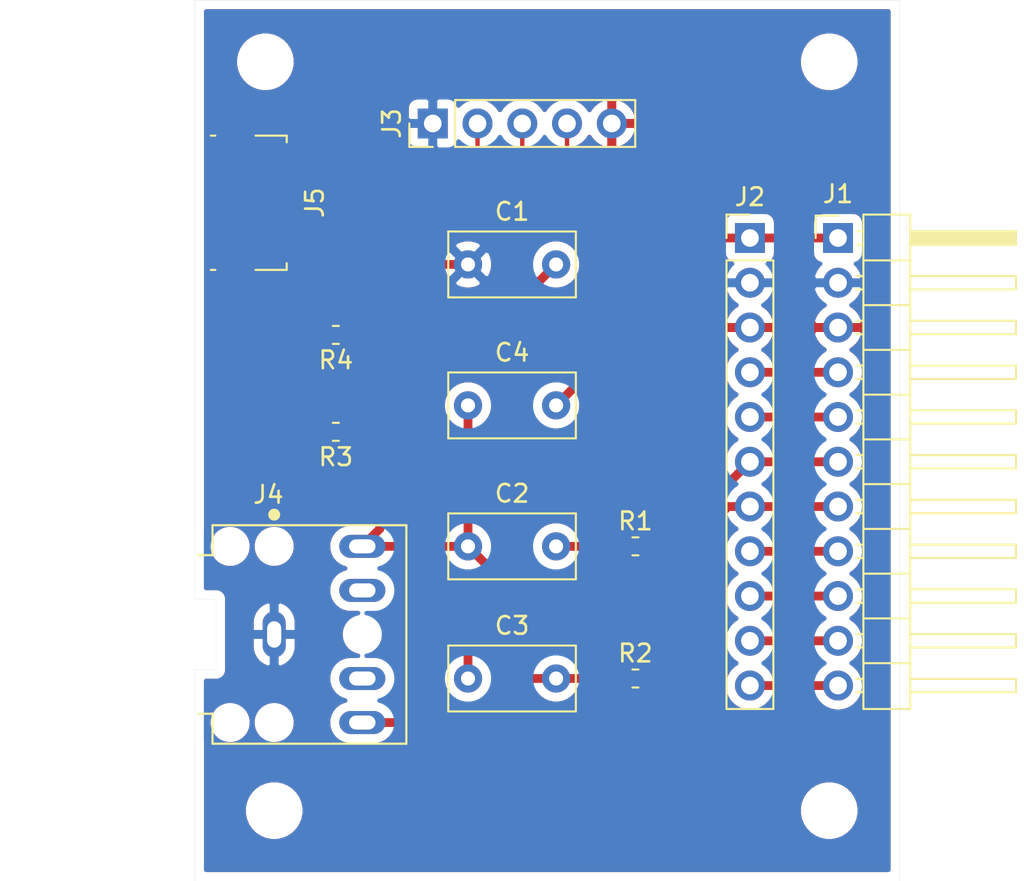
<source format=kicad_pcb>
(kicad_pcb (version 20171130) (host pcbnew "(5.1.10)-1")

  (general
    (thickness 1.6)
    (drawings 5)
    (tracks 71)
    (zones 0)
    (modules 17)
    (nets 21)
  )

  (page A4)
  (layers
    (0 F.Cu signal)
    (31 B.Cu signal)
    (32 B.Adhes user)
    (33 F.Adhes user)
    (34 B.Paste user)
    (35 F.Paste user)
    (36 B.SilkS user)
    (37 F.SilkS user)
    (38 B.Mask user)
    (39 F.Mask user)
    (40 Dwgs.User user)
    (41 Cmts.User user)
    (42 Eco1.User user)
    (43 Eco2.User user)
    (44 Edge.Cuts user)
    (45 Margin user)
    (46 B.CrtYd user)
    (47 F.CrtYd user)
    (48 B.Fab user)
    (49 F.Fab user)
  )

  (setup
    (last_trace_width 0.25)
    (user_trace_width 0.5)
    (trace_clearance 0.2)
    (zone_clearance 0.508)
    (zone_45_only no)
    (trace_min 0.2)
    (via_size 0.8)
    (via_drill 0.4)
    (via_min_size 0.4)
    (via_min_drill 0.3)
    (uvia_size 0.3)
    (uvia_drill 0.1)
    (uvias_allowed no)
    (uvia_min_size 0.2)
    (uvia_min_drill 0.1)
    (edge_width 0.05)
    (segment_width 0.2)
    (pcb_text_width 0.3)
    (pcb_text_size 1.5 1.5)
    (mod_edge_width 0.12)
    (mod_text_size 1 1)
    (mod_text_width 0.15)
    (pad_size 1.524 1.524)
    (pad_drill 0.762)
    (pad_to_mask_clearance 0)
    (aux_axis_origin 0 0)
    (visible_elements 7FFFFFFF)
    (pcbplotparams
      (layerselection 0x010fc_ffffffff)
      (usegerberextensions true)
      (usegerberattributes true)
      (usegerberadvancedattributes true)
      (creategerberjobfile false)
      (excludeedgelayer true)
      (linewidth 0.100000)
      (plotframeref false)
      (viasonmask false)
      (mode 1)
      (useauxorigin false)
      (hpglpennumber 1)
      (hpglpenspeed 20)
      (hpglpendiameter 15.000000)
      (psnegative false)
      (psa4output false)
      (plotreference true)
      (plotvalue true)
      (plotinvisibletext false)
      (padsonsilk false)
      (subtractmaskfromsilk false)
      (outputformat 1)
      (mirror false)
      (drillshape 0)
      (scaleselection 1)
      (outputdirectory "Gerber/"))
  )

  (net 0 "")
  (net 1 "Net-(C1-Pad2)")
  (net 2 "Net-(C2-Pad1)")
  (net 3 "Net-(C2-Pad2)")
  (net 4 "Net-(C3-Pad1)")
  (net 5 "Net-(J3-Pad2)")
  (net 6 "Net-(J3-Pad3)")
  (net 7 "Net-(J3-Pad4)")
  (net 8 "Net-(J4-Pad10)")
  (net 9 "Net-(J4-Pad11)")
  (net 10 /+5V)
  (net 11 /LS1)
  (net 12 /IB5)
  (net 13 /IB6)
  (net 14 /IB7)
  (net 15 /IB8)
  (net 16 /Xout)
  (net 17 /Xin)
  (net 18 /FO2)
  (net 19 /FO1)
  (net 20 /VGG)

  (net_class Default "This is the default net class."
    (clearance 0.2)
    (trace_width 0.25)
    (via_dia 0.8)
    (via_drill 0.4)
    (uvia_dia 0.3)
    (uvia_drill 0.1)
    (add_net /+5V)
    (add_net /FO1)
    (add_net /FO2)
    (add_net /IB5)
    (add_net /IB6)
    (add_net /IB7)
    (add_net /IB8)
    (add_net /LS1)
    (add_net /VGG)
    (add_net /Xin)
    (add_net /Xout)
    (add_net "Net-(C1-Pad2)")
    (add_net "Net-(C2-Pad1)")
    (add_net "Net-(C2-Pad2)")
    (add_net "Net-(C3-Pad1)")
    (add_net "Net-(J3-Pad2)")
    (add_net "Net-(J3-Pad3)")
    (add_net "Net-(J3-Pad4)")
    (add_net "Net-(J4-Pad10)")
    (add_net "Net-(J4-Pad11)")
  )

  (module MountingHole:MountingHole_2.2mm_M2 (layer F.Cu) (tedit 56D1B4CB) (tstamp 62C5C2CB)
    (at -319 -514)
    (descr "Mounting Hole 2.2mm, no annular, M2")
    (tags "mounting hole 2.2mm no annular m2")
    (attr virtual)
    (fp_text reference "" (at 0 -3.2) (layer F.SilkS)
      (effects (font (size 1 1) (thickness 0.15)))
    )
    (fp_text value "" (at 0 3.2) (layer F.Fab)
      (effects (font (size 1 1) (thickness 0.15)))
    )
    (fp_circle (center 0 0) (end 2.45 0) (layer F.CrtYd) (width 0.05))
    (fp_circle (center 0 0) (end 2.2 0) (layer Cmts.User) (width 0.15))
    (fp_text user %R (at 0.3 0) (layer F.Fab)
      (effects (font (size 1 1) (thickness 0.15)))
    )
    (pad 1 np_thru_hole circle (at 0 0) (size 2.2 2.2) (drill 2.2) (layers *.Cu *.Mask))
  )

  (module MountingHole:MountingHole_2.2mm_M2 (layer F.Cu) (tedit 56D1B4CB) (tstamp 62C5C2DB)
    (at -350.5 -514)
    (descr "Mounting Hole 2.2mm, no annular, M2")
    (tags "mounting hole 2.2mm no annular m2")
    (attr virtual)
    (fp_text reference "" (at 0 -3.2) (layer F.SilkS)
      (effects (font (size 1 1) (thickness 0.15)))
    )
    (fp_text value "" (at 0 3.2) (layer F.Fab)
      (effects (font (size 1 1) (thickness 0.15)))
    )
    (fp_circle (center 0 0) (end 2.45 0) (layer F.CrtYd) (width 0.05))
    (fp_circle (center 0 0) (end 2.2 0) (layer Cmts.User) (width 0.15))
    (fp_text user %R (at 0.3 0) (layer F.Fab)
      (effects (font (size 1 1) (thickness 0.15)))
    )
    (pad 1 np_thru_hole circle (at 0 0) (size 2.2 2.2) (drill 2.2) (layers *.Cu *.Mask))
  )

  (module MountingHole:MountingHole_2.2mm_M2 (layer F.Cu) (tedit 56D1B4CB) (tstamp 62C5C283)
    (at -351 -556.5)
    (descr "Mounting Hole 2.2mm, no annular, M2")
    (tags "mounting hole 2.2mm no annular m2")
    (attr virtual)
    (fp_text reference "" (at 0 -3.2) (layer F.SilkS)
      (effects (font (size 1 1) (thickness 0.15)))
    )
    (fp_text value "" (at 0 3.2) (layer F.Fab)
      (effects (font (size 1 1) (thickness 0.15)))
    )
    (fp_circle (center 0 0) (end 2.45 0) (layer F.CrtYd) (width 0.05))
    (fp_circle (center 0 0) (end 2.2 0) (layer Cmts.User) (width 0.15))
    (fp_text user %R (at 0.3 0) (layer F.Fab)
      (effects (font (size 1 1) (thickness 0.15)))
    )
    (pad 1 np_thru_hole circle (at 0 0) (size 2.2 2.2) (drill 2.2) (layers *.Cu *.Mask))
  )

  (module MountingHole:MountingHole_2.2mm_M2 (layer F.Cu) (tedit 56D1B4CB) (tstamp 62C5C25F)
    (at -319 -556.5)
    (descr "Mounting Hole 2.2mm, no annular, M2")
    (tags "mounting hole 2.2mm no annular m2")
    (attr virtual)
    (fp_text reference "" (at 0 -3.2) (layer F.SilkS)
      (effects (font (size 1 1) (thickness 0.15)))
    )
    (fp_text value "" (at 0 3.2) (layer F.Fab)
      (effects (font (size 1 1) (thickness 0.15)))
    )
    (fp_circle (center 0 0) (end 2.45 0) (layer F.CrtYd) (width 0.05))
    (fp_circle (center 0 0) (end 2.2 0) (layer Cmts.User) (width 0.15))
    (fp_text user %R (at 0.3 0) (layer F.Fab)
      (effects (font (size 1 1) (thickness 0.15)))
    )
    (pad 1 np_thru_hole circle (at 0 0) (size 2.2 2.2) (drill 2.2) (layers *.Cu *.Mask))
  )

  (module Connector_USB:USB_Micro-B_Molex_47346-0001 (layer F.Cu) (tedit 5D8620A7) (tstamp 62C447A1)
    (at -351.5 -548.5 270)
    (descr "Micro USB B receptable with flange, bottom-mount, SMD, right-angle (http://www.molex.com/pdm_docs/sd/473460001_sd.pdf)")
    (tags "Micro B USB SMD")
    (path /62C45FA6)
    (attr smd)
    (fp_text reference J5 (at 0 -3.3 270) (layer F.SilkS)
      (effects (font (size 1 1) (thickness 0.15)))
    )
    (fp_text value USB_B_Micro (at -0.5 -4 270) (layer F.Fab)
      (effects (font (size 1 1) (thickness 0.15)))
    )
    (fp_line (start 3.81 -1.71) (end 3.43 -1.71) (layer F.SilkS) (width 0.12))
    (fp_line (start 4.7 3.85) (end -4.7 3.85) (layer F.CrtYd) (width 0.05))
    (fp_line (start 4.7 -2.65) (end 4.7 3.85) (layer F.CrtYd) (width 0.05))
    (fp_line (start -4.7 -2.65) (end 4.7 -2.65) (layer F.CrtYd) (width 0.05))
    (fp_line (start -4.7 3.85) (end -4.7 -2.65) (layer F.CrtYd) (width 0.05))
    (fp_line (start 3.75 3.35) (end -3.75 3.35) (layer F.Fab) (width 0.1))
    (fp_line (start 3.75 -1.65) (end 3.75 3.35) (layer F.Fab) (width 0.1))
    (fp_line (start -3.75 -1.65) (end 3.75 -1.65) (layer F.Fab) (width 0.1))
    (fp_line (start -3.75 3.35) (end -3.75 -1.65) (layer F.Fab) (width 0.1))
    (fp_line (start 3.81 2.34) (end 3.81 2.6) (layer F.SilkS) (width 0.12))
    (fp_line (start 3.81 -1.71) (end 3.81 0.06) (layer F.SilkS) (width 0.12))
    (fp_line (start -3.81 -1.71) (end -3.43 -1.71) (layer F.SilkS) (width 0.12))
    (fp_line (start -3.81 0.06) (end -3.81 -1.71) (layer F.SilkS) (width 0.12))
    (fp_line (start -3.81 2.6) (end -3.81 2.34) (layer F.SilkS) (width 0.12))
    (fp_line (start -3.25 2.65) (end 3.25 2.65) (layer F.Fab) (width 0.1))
    (fp_text user %R (at 0 1.2 90) (layer F.Fab)
      (effects (font (size 1 1) (thickness 0.15)))
    )
    (fp_text user "PCB Edge" (at 0 2.67 270) (layer Dwgs.User)
      (effects (font (size 0.4 0.4) (thickness 0.04)))
    )
    (pad 6 smd rect (at 1.55 1.2 270) (size 1 1.9) (layers F.Cu F.Paste F.Mask)
      (net 20 /VGG))
    (pad 6 smd rect (at -1.15 1.2 270) (size 1.8 1.9) (layers F.Cu F.Paste F.Mask)
      (net 20 /VGG))
    (pad 6 smd rect (at 3.375 1.2 270) (size 1.65 1.3) (layers F.Cu F.Paste F.Mask)
      (net 20 /VGG))
    (pad 6 smd rect (at -3.375 1.2 270) (size 1.65 1.3) (layers F.Cu F.Paste F.Mask)
      (net 20 /VGG))
    (pad 6 smd rect (at 2.4875 -1.375 270) (size 1.425 1.55) (layers F.Cu F.Paste F.Mask)
      (net 20 /VGG))
    (pad 6 smd rect (at -2.4875 -1.375 270) (size 1.425 1.55) (layers F.Cu F.Paste F.Mask)
      (net 20 /VGG))
    (pad 5 smd rect (at 1.3 -1.46 270) (size 0.45 1.38) (layers F.Cu F.Paste F.Mask)
      (net 20 /VGG))
    (pad 4 smd rect (at 0.65 -1.46 270) (size 0.45 1.38) (layers F.Cu F.Paste F.Mask)
      (net 7 "Net-(J3-Pad4)"))
    (pad 3 smd rect (at 0 -1.46 270) (size 0.45 1.38) (layers F.Cu F.Paste F.Mask)
      (net 6 "Net-(J3-Pad3)"))
    (pad 2 smd rect (at -0.65 -1.46 270) (size 0.45 1.38) (layers F.Cu F.Paste F.Mask)
      (net 5 "Net-(J3-Pad2)"))
    (pad 1 smd rect (at -1.3 -1.46 270) (size 0.45 1.38) (layers F.Cu F.Paste F.Mask)
      (net 10 /+5V))
    (model ${KISYS3DMOD}/Connector_USB.3dshapes/USB_Micro-B_Molex_47346-0001.wrl
      (at (xyz 0 0 0))
      (scale (xyz 1 1 1))
      (rotate (xyz 0 0 0))
    )
  )

  (module C_Rect_L7.0mm_W3.5mm_P5.00mm (layer F.Cu) (tedit 5AE50EF0) (tstamp 62C4462E)
    (at -339.5 -545)
    (descr "C, Rect series, Radial, pin pitch=5.00mm, , length*width=7*3.5mm^2, Capacitor")
    (tags "C Rect series Radial pin pitch 5.00mm  length 7mm width 3.5mm Capacitor")
    (path /62C510D9)
    (fp_text reference C1 (at 2.5 -3) (layer F.SilkS)
      (effects (font (size 1 1) (thickness 0.15)))
    )
    (fp_text value 0.047u (at 2.5 3) (layer F.Fab)
      (effects (font (size 1 1) (thickness 0.15)))
    )
    (fp_line (start -1 -1.75) (end -1 1.75) (layer F.Fab) (width 0.1))
    (fp_line (start -1 1.75) (end 6 1.75) (layer F.Fab) (width 0.1))
    (fp_line (start 6 1.75) (end 6 -1.75) (layer F.Fab) (width 0.1))
    (fp_line (start 6 -1.75) (end -1 -1.75) (layer F.Fab) (width 0.1))
    (fp_line (start -1.12 -1.87) (end 6.12 -1.87) (layer F.SilkS) (width 0.12))
    (fp_line (start -1.12 1.87) (end 6.12 1.87) (layer F.SilkS) (width 0.12))
    (fp_line (start -1.12 -1.87) (end -1.12 1.87) (layer F.SilkS) (width 0.12))
    (fp_line (start 6.12 -1.87) (end 6.12 1.87) (layer F.SilkS) (width 0.12))
    (fp_line (start -1.25 -2) (end -1.25 2) (layer F.CrtYd) (width 0.05))
    (fp_line (start -1.25 2) (end 6.25 2) (layer F.CrtYd) (width 0.05))
    (fp_line (start 6.25 2) (end 6.25 -2) (layer F.CrtYd) (width 0.05))
    (fp_line (start 6.25 -2) (end -1.25 -2) (layer F.CrtYd) (width 0.05))
    (fp_text user %R (at 2.5 0) (layer F.Fab)
      (effects (font (size 1 1) (thickness 0.15)))
    )
    (pad 1 thru_hole circle (at 0 0) (size 1.6 1.6) (drill 0.8) (layers *.Cu *.Mask)
      (net 10 /+5V))
    (pad 2 thru_hole circle (at 5 0) (size 1.6 1.6) (drill 0.8) (layers *.Cu *.Mask)
      (net 1 "Net-(C1-Pad2)"))
    (model ${KISYS3DMOD}/Capacitor_THT.3dshapes/C_Rect_L7.0mm_W3.5mm_P5.00mm.wrl
      (at (xyz 0 0 0))
      (scale (xyz 1 1 1))
      (rotate (xyz 0 0 0))
    )
  )

  (module C_Rect_L7.0mm_W3.5mm_P5.00mm (layer F.Cu) (tedit 5AE50EF0) (tstamp 62C44641)
    (at -339.5 -529)
    (descr "C, Rect series, Radial, pin pitch=5.00mm, , length*width=7*3.5mm^2, Capacitor")
    (tags "C Rect series Radial pin pitch 5.00mm  length 7mm width 3.5mm Capacitor")
    (path /62C4FAFB)
    (fp_text reference C2 (at 2.5 -3) (layer F.SilkS)
      (effects (font (size 1 1) (thickness 0.15)))
    )
    (fp_text value 0.047u (at 2.5 3) (layer F.Fab)
      (effects (font (size 1 1) (thickness 0.15)))
    )
    (fp_line (start 6.25 -2) (end -1.25 -2) (layer F.CrtYd) (width 0.05))
    (fp_line (start 6.25 2) (end 6.25 -2) (layer F.CrtYd) (width 0.05))
    (fp_line (start -1.25 2) (end 6.25 2) (layer F.CrtYd) (width 0.05))
    (fp_line (start -1.25 -2) (end -1.25 2) (layer F.CrtYd) (width 0.05))
    (fp_line (start 6.12 -1.87) (end 6.12 1.87) (layer F.SilkS) (width 0.12))
    (fp_line (start -1.12 -1.87) (end -1.12 1.87) (layer F.SilkS) (width 0.12))
    (fp_line (start -1.12 1.87) (end 6.12 1.87) (layer F.SilkS) (width 0.12))
    (fp_line (start -1.12 -1.87) (end 6.12 -1.87) (layer F.SilkS) (width 0.12))
    (fp_line (start 6 -1.75) (end -1 -1.75) (layer F.Fab) (width 0.1))
    (fp_line (start 6 1.75) (end 6 -1.75) (layer F.Fab) (width 0.1))
    (fp_line (start -1 1.75) (end 6 1.75) (layer F.Fab) (width 0.1))
    (fp_line (start -1 -1.75) (end -1 1.75) (layer F.Fab) (width 0.1))
    (fp_text user %R (at 2.5 0) (layer F.Fab)
      (effects (font (size 1 1) (thickness 0.15)))
    )
    (pad 2 thru_hole circle (at 5 0) (size 1.6 1.6) (drill 0.8) (layers *.Cu *.Mask)
      (net 3 "Net-(C2-Pad2)"))
    (pad 1 thru_hole circle (at 0 0) (size 1.6 1.6) (drill 0.8) (layers *.Cu *.Mask)
      (net 2 "Net-(C2-Pad1)"))
    (model ${KISYS3DMOD}/Capacitor_THT.3dshapes/C_Rect_L7.0mm_W3.5mm_P5.00mm.wrl
      (at (xyz 0 0 0))
      (scale (xyz 1 1 1))
      (rotate (xyz 0 0 0))
    )
  )

  (module C_Rect_L7.0mm_W3.5mm_P5.00mm (layer F.Cu) (tedit 5AE50EF0) (tstamp 62C44654)
    (at -339.5 -521.5)
    (descr "C, Rect series, Radial, pin pitch=5.00mm, , length*width=7*3.5mm^2, Capacitor")
    (tags "C Rect series Radial pin pitch 5.00mm  length 7mm width 3.5mm Capacitor")
    (path /62C502EF)
    (fp_text reference C3 (at 2.5 -3) (layer F.SilkS)
      (effects (font (size 1 1) (thickness 0.15)))
    )
    (fp_text value 0.047u (at 2.5 3) (layer F.Fab)
      (effects (font (size 1 1) (thickness 0.15)))
    )
    (fp_line (start -1 -1.75) (end -1 1.75) (layer F.Fab) (width 0.1))
    (fp_line (start -1 1.75) (end 6 1.75) (layer F.Fab) (width 0.1))
    (fp_line (start 6 1.75) (end 6 -1.75) (layer F.Fab) (width 0.1))
    (fp_line (start 6 -1.75) (end -1 -1.75) (layer F.Fab) (width 0.1))
    (fp_line (start -1.12 -1.87) (end 6.12 -1.87) (layer F.SilkS) (width 0.12))
    (fp_line (start -1.12 1.87) (end 6.12 1.87) (layer F.SilkS) (width 0.12))
    (fp_line (start -1.12 -1.87) (end -1.12 1.87) (layer F.SilkS) (width 0.12))
    (fp_line (start 6.12 -1.87) (end 6.12 1.87) (layer F.SilkS) (width 0.12))
    (fp_line (start -1.25 -2) (end -1.25 2) (layer F.CrtYd) (width 0.05))
    (fp_line (start -1.25 2) (end 6.25 2) (layer F.CrtYd) (width 0.05))
    (fp_line (start 6.25 2) (end 6.25 -2) (layer F.CrtYd) (width 0.05))
    (fp_line (start 6.25 -2) (end -1.25 -2) (layer F.CrtYd) (width 0.05))
    (fp_text user %R (at 2.5 0) (layer F.Fab)
      (effects (font (size 1 1) (thickness 0.15)))
    )
    (pad 1 thru_hole circle (at 0 0) (size 1.6 1.6) (drill 0.8) (layers *.Cu *.Mask)
      (net 4 "Net-(C3-Pad1)"))
    (pad 2 thru_hole circle (at 5 0) (size 1.6 1.6) (drill 0.8) (layers *.Cu *.Mask)
      (net 1 "Net-(C1-Pad2)"))
    (model ${KISYS3DMOD}/Capacitor_THT.3dshapes/C_Rect_L7.0mm_W3.5mm_P5.00mm.wrl
      (at (xyz 0 0 0))
      (scale (xyz 1 1 1))
      (rotate (xyz 0 0 0))
    )
  )

  (module C_Rect_L7.0mm_W3.5mm_P5.00mm (layer F.Cu) (tedit 5AE50EF0) (tstamp 62C44667)
    (at -339.5 -537)
    (descr "C, Rect series, Radial, pin pitch=5.00mm, , length*width=7*3.5mm^2, Capacitor")
    (tags "C Rect series Radial pin pitch 5.00mm  length 7mm width 3.5mm Capacitor")
    (path /62C5088A)
    (fp_text reference C4 (at 2.5 -3) (layer F.SilkS)
      (effects (font (size 1 1) (thickness 0.15)))
    )
    (fp_text value 0.047u (at 2.5 3) (layer F.Fab)
      (effects (font (size 1 1) (thickness 0.15)))
    )
    (fp_line (start 6.25 -2) (end -1.25 -2) (layer F.CrtYd) (width 0.05))
    (fp_line (start 6.25 2) (end 6.25 -2) (layer F.CrtYd) (width 0.05))
    (fp_line (start -1.25 2) (end 6.25 2) (layer F.CrtYd) (width 0.05))
    (fp_line (start -1.25 -2) (end -1.25 2) (layer F.CrtYd) (width 0.05))
    (fp_line (start 6.12 -1.87) (end 6.12 1.87) (layer F.SilkS) (width 0.12))
    (fp_line (start -1.12 -1.87) (end -1.12 1.87) (layer F.SilkS) (width 0.12))
    (fp_line (start -1.12 1.87) (end 6.12 1.87) (layer F.SilkS) (width 0.12))
    (fp_line (start -1.12 -1.87) (end 6.12 -1.87) (layer F.SilkS) (width 0.12))
    (fp_line (start 6 -1.75) (end -1 -1.75) (layer F.Fab) (width 0.1))
    (fp_line (start 6 1.75) (end 6 -1.75) (layer F.Fab) (width 0.1))
    (fp_line (start -1 1.75) (end 6 1.75) (layer F.Fab) (width 0.1))
    (fp_line (start -1 -1.75) (end -1 1.75) (layer F.Fab) (width 0.1))
    (fp_text user %R (at 2.5 0) (layer F.Fab)
      (effects (font (size 1 1) (thickness 0.15)))
    )
    (pad 2 thru_hole circle (at 5 0) (size 1.6 1.6) (drill 0.8) (layers *.Cu *.Mask)
      (net 11 /LS1))
    (pad 1 thru_hole circle (at 0 0) (size 1.6 1.6) (drill 0.8) (layers *.Cu *.Mask)
      (net 2 "Net-(C2-Pad1)"))
    (model ${KISYS3DMOD}/Capacitor_THT.3dshapes/C_Rect_L7.0mm_W3.5mm_P5.00mm.wrl
      (at (xyz 0 0 0))
      (scale (xyz 1 1 1))
      (rotate (xyz 0 0 0))
    )
  )

  (module Connector_PinHeader_2.54mm:PinHeader_1x11_P2.54mm_Horizontal (layer F.Cu) (tedit 59FED5CB) (tstamp 62C4470F)
    (at -318.5 -546.5)
    (descr "Through hole angled pin header, 1x11, 2.54mm pitch, 6mm pin length, single row")
    (tags "Through hole angled pin header THT 1x11 2.54mm single row")
    (path /62C43649)
    (fp_text reference J1 (at 0 -2.5) (layer F.SilkS)
      (effects (font (size 1 1) (thickness 0.15)))
    )
    (fp_text value Conn_01x11 (at -2.5 22 90) (layer F.Fab)
      (effects (font (size 1 1) (thickness 0.15)))
    )
    (fp_line (start 10.55 -1.8) (end -1.8 -1.8) (layer F.CrtYd) (width 0.05))
    (fp_line (start 10.55 27.2) (end 10.55 -1.8) (layer F.CrtYd) (width 0.05))
    (fp_line (start -1.8 27.2) (end 10.55 27.2) (layer F.CrtYd) (width 0.05))
    (fp_line (start -1.8 -1.8) (end -1.8 27.2) (layer F.CrtYd) (width 0.05))
    (fp_line (start -1.27 -1.27) (end 0 -1.27) (layer F.SilkS) (width 0.12))
    (fp_line (start -1.27 0) (end -1.27 -1.27) (layer F.SilkS) (width 0.12))
    (fp_line (start 1.042929 25.78) (end 1.44 25.78) (layer F.SilkS) (width 0.12))
    (fp_line (start 1.042929 25.02) (end 1.44 25.02) (layer F.SilkS) (width 0.12))
    (fp_line (start 10.1 25.78) (end 4.1 25.78) (layer F.SilkS) (width 0.12))
    (fp_line (start 10.1 25.02) (end 10.1 25.78) (layer F.SilkS) (width 0.12))
    (fp_line (start 4.1 25.02) (end 10.1 25.02) (layer F.SilkS) (width 0.12))
    (fp_line (start 1.44 24.13) (end 4.1 24.13) (layer F.SilkS) (width 0.12))
    (fp_line (start 1.042929 23.24) (end 1.44 23.24) (layer F.SilkS) (width 0.12))
    (fp_line (start 1.042929 22.48) (end 1.44 22.48) (layer F.SilkS) (width 0.12))
    (fp_line (start 10.1 23.24) (end 4.1 23.24) (layer F.SilkS) (width 0.12))
    (fp_line (start 10.1 22.48) (end 10.1 23.24) (layer F.SilkS) (width 0.12))
    (fp_line (start 4.1 22.48) (end 10.1 22.48) (layer F.SilkS) (width 0.12))
    (fp_line (start 1.44 21.59) (end 4.1 21.59) (layer F.SilkS) (width 0.12))
    (fp_line (start 1.042929 20.7) (end 1.44 20.7) (layer F.SilkS) (width 0.12))
    (fp_line (start 1.042929 19.94) (end 1.44 19.94) (layer F.SilkS) (width 0.12))
    (fp_line (start 10.1 20.7) (end 4.1 20.7) (layer F.SilkS) (width 0.12))
    (fp_line (start 10.1 19.94) (end 10.1 20.7) (layer F.SilkS) (width 0.12))
    (fp_line (start 4.1 19.94) (end 10.1 19.94) (layer F.SilkS) (width 0.12))
    (fp_line (start 1.44 19.05) (end 4.1 19.05) (layer F.SilkS) (width 0.12))
    (fp_line (start 1.042929 18.16) (end 1.44 18.16) (layer F.SilkS) (width 0.12))
    (fp_line (start 1.042929 17.4) (end 1.44 17.4) (layer F.SilkS) (width 0.12))
    (fp_line (start 10.1 18.16) (end 4.1 18.16) (layer F.SilkS) (width 0.12))
    (fp_line (start 10.1 17.4) (end 10.1 18.16) (layer F.SilkS) (width 0.12))
    (fp_line (start 4.1 17.4) (end 10.1 17.4) (layer F.SilkS) (width 0.12))
    (fp_line (start 1.44 16.51) (end 4.1 16.51) (layer F.SilkS) (width 0.12))
    (fp_line (start 1.042929 15.62) (end 1.44 15.62) (layer F.SilkS) (width 0.12))
    (fp_line (start 1.042929 14.86) (end 1.44 14.86) (layer F.SilkS) (width 0.12))
    (fp_line (start 10.1 15.62) (end 4.1 15.62) (layer F.SilkS) (width 0.12))
    (fp_line (start 10.1 14.86) (end 10.1 15.62) (layer F.SilkS) (width 0.12))
    (fp_line (start 4.1 14.86) (end 10.1 14.86) (layer F.SilkS) (width 0.12))
    (fp_line (start 1.44 13.97) (end 4.1 13.97) (layer F.SilkS) (width 0.12))
    (fp_line (start 1.042929 13.08) (end 1.44 13.08) (layer F.SilkS) (width 0.12))
    (fp_line (start 1.042929 12.32) (end 1.44 12.32) (layer F.SilkS) (width 0.12))
    (fp_line (start 10.1 13.08) (end 4.1 13.08) (layer F.SilkS) (width 0.12))
    (fp_line (start 10.1 12.32) (end 10.1 13.08) (layer F.SilkS) (width 0.12))
    (fp_line (start 4.1 12.32) (end 10.1 12.32) (layer F.SilkS) (width 0.12))
    (fp_line (start 1.44 11.43) (end 4.1 11.43) (layer F.SilkS) (width 0.12))
    (fp_line (start 1.042929 10.54) (end 1.44 10.54) (layer F.SilkS) (width 0.12))
    (fp_line (start 1.042929 9.78) (end 1.44 9.78) (layer F.SilkS) (width 0.12))
    (fp_line (start 10.1 10.54) (end 4.1 10.54) (layer F.SilkS) (width 0.12))
    (fp_line (start 10.1 9.78) (end 10.1 10.54) (layer F.SilkS) (width 0.12))
    (fp_line (start 4.1 9.78) (end 10.1 9.78) (layer F.SilkS) (width 0.12))
    (fp_line (start 1.44 8.89) (end 4.1 8.89) (layer F.SilkS) (width 0.12))
    (fp_line (start 1.042929 8) (end 1.44 8) (layer F.SilkS) (width 0.12))
    (fp_line (start 1.042929 7.24) (end 1.44 7.24) (layer F.SilkS) (width 0.12))
    (fp_line (start 10.1 8) (end 4.1 8) (layer F.SilkS) (width 0.12))
    (fp_line (start 10.1 7.24) (end 10.1 8) (layer F.SilkS) (width 0.12))
    (fp_line (start 4.1 7.24) (end 10.1 7.24) (layer F.SilkS) (width 0.12))
    (fp_line (start 1.44 6.35) (end 4.1 6.35) (layer F.SilkS) (width 0.12))
    (fp_line (start 1.042929 5.46) (end 1.44 5.46) (layer F.SilkS) (width 0.12))
    (fp_line (start 1.042929 4.7) (end 1.44 4.7) (layer F.SilkS) (width 0.12))
    (fp_line (start 10.1 5.46) (end 4.1 5.46) (layer F.SilkS) (width 0.12))
    (fp_line (start 10.1 4.7) (end 10.1 5.46) (layer F.SilkS) (width 0.12))
    (fp_line (start 4.1 4.7) (end 10.1 4.7) (layer F.SilkS) (width 0.12))
    (fp_line (start 1.44 3.81) (end 4.1 3.81) (layer F.SilkS) (width 0.12))
    (fp_line (start 1.042929 2.92) (end 1.44 2.92) (layer F.SilkS) (width 0.12))
    (fp_line (start 1.042929 2.16) (end 1.44 2.16) (layer F.SilkS) (width 0.12))
    (fp_line (start 10.1 2.92) (end 4.1 2.92) (layer F.SilkS) (width 0.12))
    (fp_line (start 10.1 2.16) (end 10.1 2.92) (layer F.SilkS) (width 0.12))
    (fp_line (start 4.1 2.16) (end 10.1 2.16) (layer F.SilkS) (width 0.12))
    (fp_line (start 1.44 1.27) (end 4.1 1.27) (layer F.SilkS) (width 0.12))
    (fp_line (start 1.11 0.38) (end 1.44 0.38) (layer F.SilkS) (width 0.12))
    (fp_line (start 1.11 -0.38) (end 1.44 -0.38) (layer F.SilkS) (width 0.12))
    (fp_line (start 4.1 0.28) (end 10.1 0.28) (layer F.SilkS) (width 0.12))
    (fp_line (start 4.1 0.16) (end 10.1 0.16) (layer F.SilkS) (width 0.12))
    (fp_line (start 4.1 0.04) (end 10.1 0.04) (layer F.SilkS) (width 0.12))
    (fp_line (start 4.1 -0.08) (end 10.1 -0.08) (layer F.SilkS) (width 0.12))
    (fp_line (start 4.1 -0.2) (end 10.1 -0.2) (layer F.SilkS) (width 0.12))
    (fp_line (start 4.1 -0.32) (end 10.1 -0.32) (layer F.SilkS) (width 0.12))
    (fp_line (start 10.1 0.38) (end 4.1 0.38) (layer F.SilkS) (width 0.12))
    (fp_line (start 10.1 -0.38) (end 10.1 0.38) (layer F.SilkS) (width 0.12))
    (fp_line (start 4.1 -0.38) (end 10.1 -0.38) (layer F.SilkS) (width 0.12))
    (fp_line (start 4.1 -1.33) (end 1.44 -1.33) (layer F.SilkS) (width 0.12))
    (fp_line (start 4.1 26.73) (end 4.1 -1.33) (layer F.SilkS) (width 0.12))
    (fp_line (start 1.44 26.73) (end 4.1 26.73) (layer F.SilkS) (width 0.12))
    (fp_line (start 1.44 -1.33) (end 1.44 26.73) (layer F.SilkS) (width 0.12))
    (fp_line (start 4.04 25.72) (end 10.04 25.72) (layer F.Fab) (width 0.1))
    (fp_line (start 10.04 25.08) (end 10.04 25.72) (layer F.Fab) (width 0.1))
    (fp_line (start 4.04 25.08) (end 10.04 25.08) (layer F.Fab) (width 0.1))
    (fp_line (start -0.32 25.72) (end 1.5 25.72) (layer F.Fab) (width 0.1))
    (fp_line (start -0.32 25.08) (end -0.32 25.72) (layer F.Fab) (width 0.1))
    (fp_line (start -0.32 25.08) (end 1.5 25.08) (layer F.Fab) (width 0.1))
    (fp_line (start 4.04 23.18) (end 10.04 23.18) (layer F.Fab) (width 0.1))
    (fp_line (start 10.04 22.54) (end 10.04 23.18) (layer F.Fab) (width 0.1))
    (fp_line (start 4.04 22.54) (end 10.04 22.54) (layer F.Fab) (width 0.1))
    (fp_line (start -0.32 23.18) (end 1.5 23.18) (layer F.Fab) (width 0.1))
    (fp_line (start -0.32 22.54) (end -0.32 23.18) (layer F.Fab) (width 0.1))
    (fp_line (start -0.32 22.54) (end 1.5 22.54) (layer F.Fab) (width 0.1))
    (fp_line (start 4.04 20.64) (end 10.04 20.64) (layer F.Fab) (width 0.1))
    (fp_line (start 10.04 20) (end 10.04 20.64) (layer F.Fab) (width 0.1))
    (fp_line (start 4.04 20) (end 10.04 20) (layer F.Fab) (width 0.1))
    (fp_line (start -0.32 20.64) (end 1.5 20.64) (layer F.Fab) (width 0.1))
    (fp_line (start -0.32 20) (end -0.32 20.64) (layer F.Fab) (width 0.1))
    (fp_line (start -0.32 20) (end 1.5 20) (layer F.Fab) (width 0.1))
    (fp_line (start 4.04 18.1) (end 10.04 18.1) (layer F.Fab) (width 0.1))
    (fp_line (start 10.04 17.46) (end 10.04 18.1) (layer F.Fab) (width 0.1))
    (fp_line (start 4.04 17.46) (end 10.04 17.46) (layer F.Fab) (width 0.1))
    (fp_line (start -0.32 18.1) (end 1.5 18.1) (layer F.Fab) (width 0.1))
    (fp_line (start -0.32 17.46) (end -0.32 18.1) (layer F.Fab) (width 0.1))
    (fp_line (start -0.32 17.46) (end 1.5 17.46) (layer F.Fab) (width 0.1))
    (fp_line (start 4.04 15.56) (end 10.04 15.56) (layer F.Fab) (width 0.1))
    (fp_line (start 10.04 14.92) (end 10.04 15.56) (layer F.Fab) (width 0.1))
    (fp_line (start 4.04 14.92) (end 10.04 14.92) (layer F.Fab) (width 0.1))
    (fp_line (start -0.32 15.56) (end 1.5 15.56) (layer F.Fab) (width 0.1))
    (fp_line (start -0.32 14.92) (end -0.32 15.56) (layer F.Fab) (width 0.1))
    (fp_line (start -0.32 14.92) (end 1.5 14.92) (layer F.Fab) (width 0.1))
    (fp_line (start 4.04 13.02) (end 10.04 13.02) (layer F.Fab) (width 0.1))
    (fp_line (start 10.04 12.38) (end 10.04 13.02) (layer F.Fab) (width 0.1))
    (fp_line (start 4.04 12.38) (end 10.04 12.38) (layer F.Fab) (width 0.1))
    (fp_line (start -0.32 13.02) (end 1.5 13.02) (layer F.Fab) (width 0.1))
    (fp_line (start -0.32 12.38) (end -0.32 13.02) (layer F.Fab) (width 0.1))
    (fp_line (start -0.32 12.38) (end 1.5 12.38) (layer F.Fab) (width 0.1))
    (fp_line (start 4.04 10.48) (end 10.04 10.48) (layer F.Fab) (width 0.1))
    (fp_line (start 10.04 9.84) (end 10.04 10.48) (layer F.Fab) (width 0.1))
    (fp_line (start 4.04 9.84) (end 10.04 9.84) (layer F.Fab) (width 0.1))
    (fp_line (start -0.32 10.48) (end 1.5 10.48) (layer F.Fab) (width 0.1))
    (fp_line (start -0.32 9.84) (end -0.32 10.48) (layer F.Fab) (width 0.1))
    (fp_line (start -0.32 9.84) (end 1.5 9.84) (layer F.Fab) (width 0.1))
    (fp_line (start 4.04 7.94) (end 10.04 7.94) (layer F.Fab) (width 0.1))
    (fp_line (start 10.04 7.3) (end 10.04 7.94) (layer F.Fab) (width 0.1))
    (fp_line (start 4.04 7.3) (end 10.04 7.3) (layer F.Fab) (width 0.1))
    (fp_line (start -0.32 7.94) (end 1.5 7.94) (layer F.Fab) (width 0.1))
    (fp_line (start -0.32 7.3) (end -0.32 7.94) (layer F.Fab) (width 0.1))
    (fp_line (start -0.32 7.3) (end 1.5 7.3) (layer F.Fab) (width 0.1))
    (fp_line (start 4.04 5.4) (end 10.04 5.4) (layer F.Fab) (width 0.1))
    (fp_line (start 10.04 4.76) (end 10.04 5.4) (layer F.Fab) (width 0.1))
    (fp_line (start 4.04 4.76) (end 10.04 4.76) (layer F.Fab) (width 0.1))
    (fp_line (start -0.32 5.4) (end 1.5 5.4) (layer F.Fab) (width 0.1))
    (fp_line (start -0.32 4.76) (end -0.32 5.4) (layer F.Fab) (width 0.1))
    (fp_line (start -0.32 4.76) (end 1.5 4.76) (layer F.Fab) (width 0.1))
    (fp_line (start 4.04 2.86) (end 10.04 2.86) (layer F.Fab) (width 0.1))
    (fp_line (start 10.04 2.22) (end 10.04 2.86) (layer F.Fab) (width 0.1))
    (fp_line (start 4.04 2.22) (end 10.04 2.22) (layer F.Fab) (width 0.1))
    (fp_line (start -0.32 2.86) (end 1.5 2.86) (layer F.Fab) (width 0.1))
    (fp_line (start -0.32 2.22) (end -0.32 2.86) (layer F.Fab) (width 0.1))
    (fp_line (start -0.32 2.22) (end 1.5 2.22) (layer F.Fab) (width 0.1))
    (fp_line (start 4.04 0.32) (end 10.04 0.32) (layer F.Fab) (width 0.1))
    (fp_line (start 10.04 -0.32) (end 10.04 0.32) (layer F.Fab) (width 0.1))
    (fp_line (start 4.04 -0.32) (end 10.04 -0.32) (layer F.Fab) (width 0.1))
    (fp_line (start -0.32 0.32) (end 1.5 0.32) (layer F.Fab) (width 0.1))
    (fp_line (start -0.32 -0.32) (end -0.32 0.32) (layer F.Fab) (width 0.1))
    (fp_line (start -0.32 -0.32) (end 1.5 -0.32) (layer F.Fab) (width 0.1))
    (fp_line (start 1.5 -0.635) (end 2.135 -1.27) (layer F.Fab) (width 0.1))
    (fp_line (start 1.5 26.67) (end 1.5 -0.635) (layer F.Fab) (width 0.1))
    (fp_line (start 4.04 26.67) (end 1.5 26.67) (layer F.Fab) (width 0.1))
    (fp_line (start 4.04 -1.27) (end 4.04 26.67) (layer F.Fab) (width 0.1))
    (fp_line (start 2.135 -1.27) (end 4.04 -1.27) (layer F.Fab) (width 0.1))
    (fp_text user %R (at 2.77 12.7 90) (layer F.Fab)
      (effects (font (size 1 1) (thickness 0.15)))
    )
    (pad 11 thru_hole oval (at 0 25.4) (size 1.7 1.7) (drill 1) (layers *.Cu *.Mask)
      (net 12 /IB5))
    (pad 10 thru_hole oval (at 0 22.86) (size 1.7 1.7) (drill 1) (layers *.Cu *.Mask)
      (net 13 /IB6))
    (pad 9 thru_hole oval (at 0 20.32) (size 1.7 1.7) (drill 1) (layers *.Cu *.Mask)
      (net 14 /IB7))
    (pad 8 thru_hole oval (at 0 17.78) (size 1.7 1.7) (drill 1) (layers *.Cu *.Mask)
      (net 15 /IB8))
    (pad 7 thru_hole oval (at 0 15.24) (size 1.7 1.7) (drill 1) (layers *.Cu *.Mask)
      (net 16 /Xout))
    (pad 6 thru_hole oval (at 0 12.7) (size 1.7 1.7) (drill 1) (layers *.Cu *.Mask)
      (net 17 /Xin))
    (pad 5 thru_hole oval (at 0 10.16) (size 1.7 1.7) (drill 1) (layers *.Cu *.Mask)
      (net 18 /FO2))
    (pad 4 thru_hole oval (at 0 7.62) (size 1.7 1.7) (drill 1) (layers *.Cu *.Mask)
      (net 19 /FO1))
    (pad 3 thru_hole oval (at 0 5.08) (size 1.7 1.7) (drill 1) (layers *.Cu *.Mask)
      (net 20 /VGG))
    (pad 2 thru_hole oval (at 0 2.54) (size 1.7 1.7) (drill 1) (layers *.Cu *.Mask)
      (net 10 /+5V))
    (pad 1 thru_hole rect (at 0 0) (size 1.7 1.7) (drill 1) (layers *.Cu *.Mask)
      (net 11 /LS1))
    (model ${KISYS3DMOD}/Connector_PinHeader_2.54mm.3dshapes/PinHeader_1x11_P2.54mm_Horizontal.wrl
      (at (xyz 0 0 0))
      (scale (xyz 1 1 1))
      (rotate (xyz 0 0 0))
    )
  )

  (module Connector_PinHeader_2.54mm:PinHeader_1x11_P2.54mm_Vertical (layer F.Cu) (tedit 59FED5CC) (tstamp 62C4472E)
    (at -323.5 -546.5)
    (descr "Through hole straight pin header, 1x11, 2.54mm pitch, single row")
    (tags "Through hole pin header THT 1x11 2.54mm single row")
    (path /62C5881A)
    (fp_text reference J2 (at 0 -2.33) (layer F.SilkS)
      (effects (font (size 1 1) (thickness 0.15)))
    )
    (fp_text value Conn_01x11 (at -3 22 90) (layer F.Fab)
      (effects (font (size 1 1) (thickness 0.15)))
    )
    (fp_line (start 1.8 -1.8) (end -1.8 -1.8) (layer F.CrtYd) (width 0.05))
    (fp_line (start 1.8 27.2) (end 1.8 -1.8) (layer F.CrtYd) (width 0.05))
    (fp_line (start -1.8 27.2) (end 1.8 27.2) (layer F.CrtYd) (width 0.05))
    (fp_line (start -1.8 -1.8) (end -1.8 27.2) (layer F.CrtYd) (width 0.05))
    (fp_line (start -1.33 -1.33) (end 0 -1.33) (layer F.SilkS) (width 0.12))
    (fp_line (start -1.33 0) (end -1.33 -1.33) (layer F.SilkS) (width 0.12))
    (fp_line (start -1.33 1.27) (end 1.33 1.27) (layer F.SilkS) (width 0.12))
    (fp_line (start 1.33 1.27) (end 1.33 26.73) (layer F.SilkS) (width 0.12))
    (fp_line (start -1.33 1.27) (end -1.33 26.73) (layer F.SilkS) (width 0.12))
    (fp_line (start -1.33 26.73) (end 1.33 26.73) (layer F.SilkS) (width 0.12))
    (fp_line (start -1.27 -0.635) (end -0.635 -1.27) (layer F.Fab) (width 0.1))
    (fp_line (start -1.27 26.67) (end -1.27 -0.635) (layer F.Fab) (width 0.1))
    (fp_line (start 1.27 26.67) (end -1.27 26.67) (layer F.Fab) (width 0.1))
    (fp_line (start 1.27 -1.27) (end 1.27 26.67) (layer F.Fab) (width 0.1))
    (fp_line (start -0.635 -1.27) (end 1.27 -1.27) (layer F.Fab) (width 0.1))
    (fp_text user %R (at 0 12.7 90) (layer F.Fab)
      (effects (font (size 1 1) (thickness 0.15)))
    )
    (pad 11 thru_hole oval (at 0 25.4) (size 1.7 1.7) (drill 1) (layers *.Cu *.Mask)
      (net 12 /IB5))
    (pad 10 thru_hole oval (at 0 22.86) (size 1.7 1.7) (drill 1) (layers *.Cu *.Mask)
      (net 13 /IB6))
    (pad 9 thru_hole oval (at 0 20.32) (size 1.7 1.7) (drill 1) (layers *.Cu *.Mask)
      (net 14 /IB7))
    (pad 8 thru_hole oval (at 0 17.78) (size 1.7 1.7) (drill 1) (layers *.Cu *.Mask)
      (net 15 /IB8))
    (pad 7 thru_hole oval (at 0 15.24) (size 1.7 1.7) (drill 1) (layers *.Cu *.Mask)
      (net 16 /Xout))
    (pad 6 thru_hole oval (at 0 12.7) (size 1.7 1.7) (drill 1) (layers *.Cu *.Mask)
      (net 17 /Xin))
    (pad 5 thru_hole oval (at 0 10.16) (size 1.7 1.7) (drill 1) (layers *.Cu *.Mask)
      (net 18 /FO2))
    (pad 4 thru_hole oval (at 0 7.62) (size 1.7 1.7) (drill 1) (layers *.Cu *.Mask)
      (net 19 /FO1))
    (pad 3 thru_hole oval (at 0 5.08) (size 1.7 1.7) (drill 1) (layers *.Cu *.Mask)
      (net 20 /VGG))
    (pad 2 thru_hole oval (at 0 2.54) (size 1.7 1.7) (drill 1) (layers *.Cu *.Mask)
      (net 10 /+5V))
    (pad 1 thru_hole rect (at 0 0) (size 1.7 1.7) (drill 1) (layers *.Cu *.Mask)
      (net 11 /LS1))
    (model ${KISYS3DMOD}/Connector_PinHeader_2.54mm.3dshapes/PinHeader_1x11_P2.54mm_Vertical.wrl
      (at (xyz 0 0 0))
      (scale (xyz 1 1 1))
      (rotate (xyz 0 0 0))
    )
  )

  (module Connector_PinHeader_2.54mm:PinHeader_1x05_P2.54mm_Vertical (layer F.Cu) (tedit 59FED5CC) (tstamp 62C44747)
    (at -341.5 -553 90)
    (descr "Through hole straight pin header, 1x05, 2.54mm pitch, single row")
    (tags "Through hole pin header THT 1x05 2.54mm single row")
    (path /62C63DA5)
    (fp_text reference J3 (at 0 -2.33 90) (layer F.SilkS)
      (effects (font (size 1 1) (thickness 0.15)))
    )
    (fp_text value Conn_01x05 (at 3.5 4.5 180) (layer F.Fab)
      (effects (font (size 1 1) (thickness 0.15)))
    )
    (fp_line (start 1.8 -1.8) (end -1.8 -1.8) (layer F.CrtYd) (width 0.05))
    (fp_line (start 1.8 11.95) (end 1.8 -1.8) (layer F.CrtYd) (width 0.05))
    (fp_line (start -1.8 11.95) (end 1.8 11.95) (layer F.CrtYd) (width 0.05))
    (fp_line (start -1.8 -1.8) (end -1.8 11.95) (layer F.CrtYd) (width 0.05))
    (fp_line (start -1.33 -1.33) (end 0 -1.33) (layer F.SilkS) (width 0.12))
    (fp_line (start -1.33 0) (end -1.33 -1.33) (layer F.SilkS) (width 0.12))
    (fp_line (start -1.33 1.27) (end 1.33 1.27) (layer F.SilkS) (width 0.12))
    (fp_line (start 1.33 1.27) (end 1.33 11.49) (layer F.SilkS) (width 0.12))
    (fp_line (start -1.33 1.27) (end -1.33 11.49) (layer F.SilkS) (width 0.12))
    (fp_line (start -1.33 11.49) (end 1.33 11.49) (layer F.SilkS) (width 0.12))
    (fp_line (start -1.27 -0.635) (end -0.635 -1.27) (layer F.Fab) (width 0.1))
    (fp_line (start -1.27 11.43) (end -1.27 -0.635) (layer F.Fab) (width 0.1))
    (fp_line (start 1.27 11.43) (end -1.27 11.43) (layer F.Fab) (width 0.1))
    (fp_line (start 1.27 -1.27) (end 1.27 11.43) (layer F.Fab) (width 0.1))
    (fp_line (start -0.635 -1.27) (end 1.27 -1.27) (layer F.Fab) (width 0.1))
    (fp_text user %R (at 0 5.08) (layer F.Fab)
      (effects (font (size 1 1) (thickness 0.15)))
    )
    (pad 5 thru_hole oval (at 0 10.16 90) (size 1.7 1.7) (drill 1) (layers *.Cu *.Mask)
      (net 20 /VGG))
    (pad 4 thru_hole oval (at 0 7.62 90) (size 1.7 1.7) (drill 1) (layers *.Cu *.Mask)
      (net 7 "Net-(J3-Pad4)"))
    (pad 3 thru_hole oval (at 0 5.08 90) (size 1.7 1.7) (drill 1) (layers *.Cu *.Mask)
      (net 6 "Net-(J3-Pad3)"))
    (pad 2 thru_hole oval (at 0 2.54 90) (size 1.7 1.7) (drill 1) (layers *.Cu *.Mask)
      (net 5 "Net-(J3-Pad2)"))
    (pad 1 thru_hole rect (at 0 0 90) (size 1.7 1.7) (drill 1) (layers *.Cu *.Mask)
      (net 10 /+5V))
    (model ${KISYS3DMOD}/Connector_PinHeader_2.54mm.3dshapes/PinHeader_1x05_P2.54mm_Vertical.wrl
      (at (xyz 0 0 0))
      (scale (xyz 1 1 1))
      (rotate (xyz 0 0 0))
    )
  )

  (module SJ1-3525N:CUI_SJ1-3525N (layer F.Cu) (tedit 62C4236D) (tstamp 62C45AF3)
    (at -350.5 -524)
    (path /62C42662)
    (fp_text reference J4 (at -0.32516 -7.93865) (layer F.SilkS)
      (effects (font (size 1.000457 1.000457) (thickness 0.15)))
    )
    (fp_text value SJ1-3525N (at 2.5 7.5) (layer F.Fab)
      (effects (font (size 1.000307 1.000307) (thickness 0.15)))
    )
    (fp_circle (center 0 -6.8) (end 0.17 -6.8) (layer F.SilkS) (width 0.34))
    (fp_line (start -4.75 3.25) (end -4.75 6.45) (layer F.CrtYd) (width 0.05))
    (fp_line (start -6.75 3.25) (end -4.75 3.25) (layer F.CrtYd) (width 0.05))
    (fp_line (start -6.75 -3.25) (end -6.75 3.25) (layer F.CrtYd) (width 0.05))
    (fp_line (start -4.75 -3.25) (end -6.75 -3.25) (layer F.CrtYd) (width 0.05))
    (fp_line (start -4.75 -6.45) (end -4.75 -3.25) (layer F.CrtYd) (width 0.05))
    (fp_line (start -6.5 3) (end -4.5 3) (layer F.Fab) (width 0.127))
    (fp_line (start -6.5 -3) (end -6.5 3) (layer F.Fab) (width 0.127))
    (fp_line (start -4.5 -3) (end -6.5 -3) (layer F.Fab) (width 0.127))
    (fp_line (start -3.5 4.5) (end -4.3 4.5) (layer F.SilkS) (width 0.127))
    (fp_line (start -3.5 -4.5) (end -4.3 -4.5) (layer F.SilkS) (width 0.127))
    (fp_line (start -3.5 4.5) (end -3.5 6.2) (layer F.SilkS) (width 0.127))
    (fp_line (start -3.5 -6.2) (end -3.5 -4.5) (layer F.SilkS) (width 0.127))
    (fp_line (start -3.5 4.5) (end -3.5 6.2) (layer F.Fab) (width 0.127))
    (fp_line (start -4.5 4.5) (end -3.5 4.5) (layer F.Fab) (width 0.127))
    (fp_line (start -4.5 3) (end -4.5 4.5) (layer F.Fab) (width 0.127))
    (fp_line (start -4.5 -3) (end -4.5 3) (layer F.Fab) (width 0.127))
    (fp_line (start -4.5 -4.5) (end -4.5 -3) (layer F.Fab) (width 0.127))
    (fp_line (start -3.5 -4.5) (end -4.5 -4.5) (layer F.Fab) (width 0.127))
    (fp_line (start -3.5 -6.2) (end -3.5 -4.5) (layer F.Fab) (width 0.127))
    (fp_line (start 7.5 6.2) (end -3.5 6.2) (layer F.Fab) (width 0.127))
    (fp_line (start 7.5 -6.2) (end 7.5 6.2) (layer F.Fab) (width 0.127))
    (fp_line (start 7.5 -6.2) (end -3.5 -6.2) (layer F.Fab) (width 0.127))
    (fp_line (start -4.75 -6.45) (end 7.75 -6.45) (layer F.CrtYd) (width 0.05))
    (fp_line (start 7.75 6.45) (end -4.75 6.45) (layer F.CrtYd) (width 0.05))
    (fp_line (start 7.75 -6.45) (end 7.75 6.45) (layer F.CrtYd) (width 0.05))
    (fp_line (start 7.5 -6.2) (end -3.5 -6.2) (layer F.SilkS) (width 0.127))
    (fp_line (start 7.5 6.2) (end -3.5 6.2) (layer F.SilkS) (width 0.127))
    (fp_line (start 7.5 -6.2) (end 7.5 6.2) (layer F.SilkS) (width 0.127))
    (fp_line (start -4.5 2) (end -4.5 6) (layer Edge.Cuts) (width 0.01))
    (fp_line (start -3.3 2) (end -4.5 2) (layer Edge.Cuts) (width 0.01))
    (fp_line (start -3.3 -2) (end -3.3 2) (layer Edge.Cuts) (width 0.01))
    (fp_line (start -4.5 -2) (end -3.3 -2) (layer Edge.Cuts) (width 0.01))
    (fp_line (start -4.5 -6) (end -4.5 -2) (layer Edge.Cuts) (width 0.01))
    (fp_text user "PCB edge" (at -12.5014 -6.00065) (layer Dwgs.User)
      (effects (font (size 0.800087 0.800087) (thickness 0.15)))
    )
    (pad None np_thru_hole circle (at 0 5) (size 1.2 1.2) (drill 1.2) (layers *.Cu *.Mask))
    (pad None np_thru_hole circle (at -2.5 5) (size 1.2 1.2) (drill 1.2) (layers *.Cu *.Mask))
    (pad None np_thru_hole circle (at 5 0) (size 1.2 1.2) (drill 1.2) (layers *.Cu *.Mask))
    (pad None np_thru_hole circle (at 0 -5) (size 1.2 1.2) (drill 1.2) (layers *.Cu *.Mask))
    (pad None np_thru_hole circle (at -2.5 -5) (size 1.2 1.2) (drill 1.2) (layers *.Cu *.Mask))
    (pad 3 thru_hole oval (at 5 -5) (size 2.616 1.308) (drill oval 1.5 0.8) (layers *.Cu *.Mask)
      (net 4 "Net-(C3-Pad1)"))
    (pad 11 thru_hole oval (at 5 -2.5) (size 2.616 1.308) (drill oval 1.5 0.8) (layers *.Cu *.Mask)
      (net 9 "Net-(J4-Pad11)"))
    (pad 10 thru_hole oval (at 5 2.5) (size 2.616 1.308) (drill oval 1.5 0.8) (layers *.Cu *.Mask)
      (net 8 "Net-(J4-Pad10)"))
    (pad 2 thru_hole oval (at 5 5) (size 2.616 1.308) (drill oval 1.5 0.8) (layers *.Cu *.Mask)
      (net 2 "Net-(C2-Pad1)"))
    (pad 1 thru_hole oval (at 0 0) (size 1.308 2.616) (drill oval 0.8 1.5) (layers *.Cu *.Mask)
      (net 10 /+5V))
  )

  (module Resistor_SMD:R_0603_1608Metric_Pad1.05x0.95mm_HandSolder (layer F.Cu) (tedit 5B301BBD) (tstamp 62C447B2)
    (at -330 -529)
    (descr "Resistor SMD 0603 (1608 Metric), square (rectangular) end terminal, IPC_7351 nominal with elongated pad for handsoldering. (Body size source: http://www.tortai-tech.com/upload/download/2011102023233369053.pdf), generated with kicad-footprint-generator")
    (tags "resistor handsolder")
    (path /62C4E1F9)
    (attr smd)
    (fp_text reference R1 (at 0 -1.43) (layer F.SilkS)
      (effects (font (size 1 1) (thickness 0.15)))
    )
    (fp_text value 56k (at 0 1.43) (layer F.Fab)
      (effects (font (size 1 1) (thickness 0.15)))
    )
    (fp_line (start 1.65 0.73) (end -1.65 0.73) (layer F.CrtYd) (width 0.05))
    (fp_line (start 1.65 -0.73) (end 1.65 0.73) (layer F.CrtYd) (width 0.05))
    (fp_line (start -1.65 -0.73) (end 1.65 -0.73) (layer F.CrtYd) (width 0.05))
    (fp_line (start -1.65 0.73) (end -1.65 -0.73) (layer F.CrtYd) (width 0.05))
    (fp_line (start -0.171267 0.51) (end 0.171267 0.51) (layer F.SilkS) (width 0.12))
    (fp_line (start -0.171267 -0.51) (end 0.171267 -0.51) (layer F.SilkS) (width 0.12))
    (fp_line (start 0.8 0.4) (end -0.8 0.4) (layer F.Fab) (width 0.1))
    (fp_line (start 0.8 -0.4) (end 0.8 0.4) (layer F.Fab) (width 0.1))
    (fp_line (start -0.8 -0.4) (end 0.8 -0.4) (layer F.Fab) (width 0.1))
    (fp_line (start -0.8 0.4) (end -0.8 -0.4) (layer F.Fab) (width 0.1))
    (fp_text user %R (at 0 0) (layer F.Fab)
      (effects (font (size 0.4 0.4) (thickness 0.06)))
    )
    (pad 2 smd roundrect (at 0.875 0) (size 1.05 0.95) (layers F.Cu F.Paste F.Mask) (roundrect_rratio 0.25)
      (net 17 /Xin))
    (pad 1 smd roundrect (at -0.875 0) (size 1.05 0.95) (layers F.Cu F.Paste F.Mask) (roundrect_rratio 0.25)
      (net 3 "Net-(C2-Pad2)"))
    (model ${KISYS3DMOD}/Resistor_SMD.3dshapes/R_0603_1608Metric.wrl
      (at (xyz 0 0 0))
      (scale (xyz 1 1 1))
      (rotate (xyz 0 0 0))
    )
  )

  (module Resistor_SMD:R_0603_1608Metric_Pad1.05x0.95mm_HandSolder (layer F.Cu) (tedit 5B301BBD) (tstamp 62C447C3)
    (at -330 -521.5)
    (descr "Resistor SMD 0603 (1608 Metric), square (rectangular) end terminal, IPC_7351 nominal with elongated pad for handsoldering. (Body size source: http://www.tortai-tech.com/upload/download/2011102023233369053.pdf), generated with kicad-footprint-generator")
    (tags "resistor handsolder")
    (path /62C4E824)
    (attr smd)
    (fp_text reference R2 (at 0 -1.43) (layer F.SilkS)
      (effects (font (size 1 1) (thickness 0.15)))
    )
    (fp_text value 56k (at 0 1.43) (layer F.Fab)
      (effects (font (size 1 1) (thickness 0.15)))
    )
    (fp_line (start -0.8 0.4) (end -0.8 -0.4) (layer F.Fab) (width 0.1))
    (fp_line (start -0.8 -0.4) (end 0.8 -0.4) (layer F.Fab) (width 0.1))
    (fp_line (start 0.8 -0.4) (end 0.8 0.4) (layer F.Fab) (width 0.1))
    (fp_line (start 0.8 0.4) (end -0.8 0.4) (layer F.Fab) (width 0.1))
    (fp_line (start -0.171267 -0.51) (end 0.171267 -0.51) (layer F.SilkS) (width 0.12))
    (fp_line (start -0.171267 0.51) (end 0.171267 0.51) (layer F.SilkS) (width 0.12))
    (fp_line (start -1.65 0.73) (end -1.65 -0.73) (layer F.CrtYd) (width 0.05))
    (fp_line (start -1.65 -0.73) (end 1.65 -0.73) (layer F.CrtYd) (width 0.05))
    (fp_line (start 1.65 -0.73) (end 1.65 0.73) (layer F.CrtYd) (width 0.05))
    (fp_line (start 1.65 0.73) (end -1.65 0.73) (layer F.CrtYd) (width 0.05))
    (fp_text user %R (at 0 0) (layer F.Fab)
      (effects (font (size 0.4 0.4) (thickness 0.06)))
    )
    (pad 1 smd roundrect (at -0.875 0) (size 1.05 0.95) (layers F.Cu F.Paste F.Mask) (roundrect_rratio 0.25)
      (net 1 "Net-(C1-Pad2)"))
    (pad 2 smd roundrect (at 0.875 0) (size 1.05 0.95) (layers F.Cu F.Paste F.Mask) (roundrect_rratio 0.25)
      (net 16 /Xout))
    (model ${KISYS3DMOD}/Resistor_SMD.3dshapes/R_0603_1608Metric.wrl
      (at (xyz 0 0 0))
      (scale (xyz 1 1 1))
      (rotate (xyz 0 0 0))
    )
  )

  (module Resistor_SMD:R_0603_1608Metric_Pad1.05x0.95mm_HandSolder (layer F.Cu) (tedit 5B301BBD) (tstamp 62C447D4)
    (at -347 -535.5 180)
    (descr "Resistor SMD 0603 (1608 Metric), square (rectangular) end terminal, IPC_7351 nominal with elongated pad for handsoldering. (Body size source: http://www.tortai-tech.com/upload/download/2011102023233369053.pdf), generated with kicad-footprint-generator")
    (tags "resistor handsolder")
    (path /62C4EECF)
    (attr smd)
    (fp_text reference R3 (at 0 -1.43) (layer F.SilkS)
      (effects (font (size 1 1) (thickness 0.15)))
    )
    (fp_text value 560 (at 0 1.43) (layer F.Fab)
      (effects (font (size 1 1) (thickness 0.15)))
    )
    (fp_line (start 1.65 0.73) (end -1.65 0.73) (layer F.CrtYd) (width 0.05))
    (fp_line (start 1.65 -0.73) (end 1.65 0.73) (layer F.CrtYd) (width 0.05))
    (fp_line (start -1.65 -0.73) (end 1.65 -0.73) (layer F.CrtYd) (width 0.05))
    (fp_line (start -1.65 0.73) (end -1.65 -0.73) (layer F.CrtYd) (width 0.05))
    (fp_line (start -0.171267 0.51) (end 0.171267 0.51) (layer F.SilkS) (width 0.12))
    (fp_line (start -0.171267 -0.51) (end 0.171267 -0.51) (layer F.SilkS) (width 0.12))
    (fp_line (start 0.8 0.4) (end -0.8 0.4) (layer F.Fab) (width 0.1))
    (fp_line (start 0.8 -0.4) (end 0.8 0.4) (layer F.Fab) (width 0.1))
    (fp_line (start -0.8 -0.4) (end 0.8 -0.4) (layer F.Fab) (width 0.1))
    (fp_line (start -0.8 0.4) (end -0.8 -0.4) (layer F.Fab) (width 0.1))
    (fp_text user %R (at 0 0) (layer F.Fab)
      (effects (font (size 0.4 0.4) (thickness 0.06)))
    )
    (pad 2 smd roundrect (at 0.875 0 180) (size 1.05 0.95) (layers F.Cu F.Paste F.Mask) (roundrect_rratio 0.25)
      (net 10 /+5V))
    (pad 1 smd roundrect (at -0.875 0 180) (size 1.05 0.95) (layers F.Cu F.Paste F.Mask) (roundrect_rratio 0.25)
      (net 4 "Net-(C3-Pad1)"))
    (model ${KISYS3DMOD}/Resistor_SMD.3dshapes/R_0603_1608Metric.wrl
      (at (xyz 0 0 0))
      (scale (xyz 1 1 1))
      (rotate (xyz 0 0 0))
    )
  )

  (module Resistor_SMD:R_0603_1608Metric_Pad1.05x0.95mm_HandSolder (layer F.Cu) (tedit 5B301BBD) (tstamp 62C447E5)
    (at -347 -541 180)
    (descr "Resistor SMD 0603 (1608 Metric), square (rectangular) end terminal, IPC_7351 nominal with elongated pad for handsoldering. (Body size source: http://www.tortai-tech.com/upload/download/2011102023233369053.pdf), generated with kicad-footprint-generator")
    (tags "resistor handsolder")
    (path /62C4F444)
    (attr smd)
    (fp_text reference R4 (at 0 -1.43) (layer F.SilkS)
      (effects (font (size 1 1) (thickness 0.15)))
    )
    (fp_text value 560 (at 0 1.43) (layer F.Fab)
      (effects (font (size 1 1) (thickness 0.15)))
    )
    (fp_line (start -0.8 0.4) (end -0.8 -0.4) (layer F.Fab) (width 0.1))
    (fp_line (start -0.8 -0.4) (end 0.8 -0.4) (layer F.Fab) (width 0.1))
    (fp_line (start 0.8 -0.4) (end 0.8 0.4) (layer F.Fab) (width 0.1))
    (fp_line (start 0.8 0.4) (end -0.8 0.4) (layer F.Fab) (width 0.1))
    (fp_line (start -0.171267 -0.51) (end 0.171267 -0.51) (layer F.SilkS) (width 0.12))
    (fp_line (start -0.171267 0.51) (end 0.171267 0.51) (layer F.SilkS) (width 0.12))
    (fp_line (start -1.65 0.73) (end -1.65 -0.73) (layer F.CrtYd) (width 0.05))
    (fp_line (start -1.65 -0.73) (end 1.65 -0.73) (layer F.CrtYd) (width 0.05))
    (fp_line (start 1.65 -0.73) (end 1.65 0.73) (layer F.CrtYd) (width 0.05))
    (fp_line (start 1.65 0.73) (end -1.65 0.73) (layer F.CrtYd) (width 0.05))
    (fp_text user %R (at 0 0) (layer F.Fab)
      (effects (font (size 0.4 0.4) (thickness 0.06)))
    )
    (pad 1 smd roundrect (at -0.875 0 180) (size 1.05 0.95) (layers F.Cu F.Paste F.Mask) (roundrect_rratio 0.25)
      (net 2 "Net-(C2-Pad1)"))
    (pad 2 smd roundrect (at 0.875 0 180) (size 1.05 0.95) (layers F.Cu F.Paste F.Mask) (roundrect_rratio 0.25)
      (net 10 /+5V))
    (model ${KISYS3DMOD}/Resistor_SMD.3dshapes/R_0603_1608Metric.wrl
      (at (xyz 0 0 0))
      (scale (xyz 1 1 1))
      (rotate (xyz 0 0 0))
    )
  )

  (gr_line (start -355 -530) (end -355 -560) (layer Edge.Cuts) (width 0.015) (tstamp 62C48119))
  (gr_line (start -355 -518) (end -355 -510) (layer Edge.Cuts) (width 0.015) (tstamp 62C48118))
  (gr_line (start -315 -510) (end -355 -510) (layer Edge.Cuts) (width 0.015))
  (gr_line (start -315 -560) (end -315 -510) (layer Edge.Cuts) (width 0.015))
  (gr_line (start -355 -560) (end -315 -560) (layer Edge.Cuts) (width 0.015))

  (segment (start -334.5 -521.5) (end -330.875 -521.5) (width 0.5) (layer F.Cu) (net 1))
  (segment (start -334.5 -521.5) (end -336.5 -521.5) (width 0.5) (layer F.Cu) (net 1))
  (segment (start -336.5 -543) (end -334.5 -545) (width 0.5) (layer F.Cu) (net 1))
  (segment (start -336.5 -521.5) (end -336.5 -543) (width 0.5) (layer F.Cu) (net 1))
  (segment (start -337.70001 -527.20001) (end -337.70001 -520.79999) (width 0.5) (layer F.Cu) (net 2))
  (segment (start -339.5 -529) (end -337.70001 -527.20001) (width 0.5) (layer F.Cu) (net 2))
  (segment (start -339.5 -519) (end -345.5 -519) (width 0.5) (layer F.Cu) (net 2))
  (segment (start -337.70001 -520.79999) (end -339.5 -519) (width 0.5) (layer F.Cu) (net 2))
  (segment (start -339.5 -529) (end -341.5 -529) (width 0.5) (layer F.Cu) (net 2))
  (segment (start -341.5 -529) (end -343 -530.5) (width 0.5) (layer F.Cu) (net 2))
  (segment (start -343 -530.5) (end -343 -534.5) (width 0.5) (layer F.Cu) (net 2))
  (segment (start -346.125 -537.625) (end -346.125 -541) (width 0.5) (layer F.Cu) (net 2))
  (segment (start -343 -534.5) (end -346.125 -537.625) (width 0.5) (layer F.Cu) (net 2))
  (segment (start -339.5 -537) (end -339.5 -529) (width 0.5) (layer F.Cu) (net 2))
  (segment (start -334.5 -529) (end -330.875 -529) (width 0.5) (layer F.Cu) (net 3))
  (segment (start -339.5 -521.5) (end -339.5 -525.5) (width 0.5) (layer F.Cu) (net 4))
  (segment (start -343 -529) (end -345.5 -529) (width 0.5) (layer F.Cu) (net 4))
  (segment (start -339.5 -525.5) (end -343 -529) (width 0.5) (layer F.Cu) (net 4))
  (segment (start -346.125 -535.5) (end -345.5 -535.5) (width 0.5) (layer F.Cu) (net 4))
  (segment (start -345.5 -535.5) (end -344.5 -534.5) (width 0.5) (layer F.Cu) (net 4))
  (segment (start -344.5 -530) (end -345.5 -529) (width 0.5) (layer F.Cu) (net 4))
  (segment (start -344.5 -534.5) (end -344.5 -530) (width 0.5) (layer F.Cu) (net 4))
  (segment (start -350.0375 -549.15) (end -339.35 -549.15) (width 0.25) (layer F.Cu) (net 5))
  (segment (start -338.96 -549.54) (end -338.96 -553) (width 0.25) (layer F.Cu) (net 5))
  (segment (start -339.35 -549.15) (end -338.96 -549.54) (width 0.25) (layer F.Cu) (net 5))
  (segment (start -336.42 -549.08) (end -336.42 -553) (width 0.25) (layer F.Cu) (net 6))
  (segment (start -337 -548.5) (end -336.42 -549.08) (width 0.25) (layer F.Cu) (net 6))
  (segment (start -350.0375 -548.5) (end -337 -548.5) (width 0.25) (layer F.Cu) (net 6))
  (segment (start -350.0375 -547.85) (end -334.65 -547.85) (width 0.25) (layer F.Cu) (net 7))
  (segment (start -333.88 -548.62) (end -333.88 -553) (width 0.25) (layer F.Cu) (net 7))
  (segment (start -334.65 -547.85) (end -333.88 -548.62) (width 0.25) (layer F.Cu) (net 7))
  (segment (start -350.0375 -549.8) (end -341.7 -549.8) (width 0.25) (layer F.Cu) (net 10))
  (segment (start -341.5 -550) (end -341.5 -553) (width 0.25) (layer F.Cu) (net 10))
  (segment (start -341.7 -549.8) (end -341.5 -550) (width 0.25) (layer F.Cu) (net 10))
  (segment (start -339.5 -545) (end -346 -545) (width 0.5) (layer F.Cu) (net 10))
  (segment (start -347.875 -543.125) (end -347.875 -541) (width 0.5) (layer F.Cu) (net 10))
  (segment (start -346 -545) (end -347.875 -543.125) (width 0.5) (layer F.Cu) (net 10))
  (segment (start -347.875 -541) (end -347.875 -535.5) (width 0.5) (layer F.Cu) (net 10))
  (segment (start -318.5 -546.5) (end -323.5 -546.5) (width 0.5) (layer F.Cu) (net 11))
  (segment (start -325 -546.5) (end -334.5 -537) (width 0.5) (layer F.Cu) (net 11))
  (segment (start -323.5 -546.5) (end -325 -546.5) (width 0.5) (layer F.Cu) (net 11))
  (segment (start -323.5 -521.1) (end -318.5 -521.1) (width 0.5) (layer F.Cu) (net 12))
  (segment (start -323.5 -523.64) (end -318.5 -523.64) (width 0.5) (layer F.Cu) (net 13))
  (segment (start -318.5 -526.18) (end -323.5 -526.18) (width 0.5) (layer F.Cu) (net 14))
  (segment (start -323.5 -528.72) (end -318.5 -528.72) (width 0.5) (layer F.Cu) (net 15))
  (segment (start -323.5 -531.26) (end -324.74 -531.26) (width 0.5) (layer F.Cu) (net 16))
  (segment (start -324.74 -531.26) (end -328 -528) (width 0.5) (layer F.Cu) (net 16))
  (segment (start -328 -522.625) (end -329.125 -521.5) (width 0.5) (layer F.Cu) (net 16))
  (segment (start -328 -528) (end -328 -522.625) (width 0.5) (layer F.Cu) (net 16))
  (segment (start -323.5 -531.26) (end -318.5 -531.26) (width 0.5) (layer F.Cu) (net 16))
  (segment (start -328.3 -529) (end -323.5 -533.8) (width 0.5) (layer F.Cu) (net 17))
  (segment (start -329.125 -529) (end -328.3 -529) (width 0.5) (layer F.Cu) (net 17))
  (segment (start -323.5 -533.8) (end -318.5 -533.8) (width 0.5) (layer F.Cu) (net 17))
  (segment (start -323.5 -536.34) (end -318.5 -536.34) (width 0.5) (layer F.Cu) (net 18))
  (segment (start -323.5 -538.88) (end -318.5 -538.88) (width 0.5) (layer F.Cu) (net 19))
  (segment (start -323.5 -541.42) (end -317.92 -541.42) (width 0.5) (layer F.Cu) (net 20))
  (segment (start -317.92 -541.42) (end -318.5 -541.42) (width 0.5) (layer F.Cu) (net 20))
  (segment (start -352.7375 -551.4) (end -352.7375 -549.5) (width 0.25) (layer F.Cu) (net 20))
  (segment (start -352.7375 -547.5) (end -352.7375 -545) (width 0.25) (layer F.Cu) (net 20))
  (segment (start -352.7 -551.875) (end -352.7 -545.125) (width 0.5) (layer F.Cu) (net 20))
  (segment (start -351.0125 -551.875) (end -350.125 -550.9875) (width 0.5) (layer F.Cu) (net 20))
  (segment (start -352.7 -551.875) (end -351.0125 -551.875) (width 0.5) (layer F.Cu) (net 20))
  (segment (start -351.8125 -546.0125) (end -352.7 -545.125) (width 0.5) (layer F.Cu) (net 20))
  (segment (start -350.125 -546.0125) (end -351.8125 -546.0125) (width 0.5) (layer F.Cu) (net 20))
  (segment (start -350.125 -546.0125) (end -350.125 -546.875) (width 0.5) (layer F.Cu) (net 20))
  (segment (start -349.887499 -546.250001) (end -347.749999 -546.250001) (width 0.5) (layer F.Cu) (net 20))
  (segment (start -350.125 -546.0125) (end -349.887499 -546.250001) (width 0.5) (layer F.Cu) (net 20))
  (segment (start -347.749999 -546.250001) (end -347 -547) (width 0.5) (layer F.Cu) (net 20))
  (segment (start -347 -547) (end -332.5 -547) (width 0.5) (layer F.Cu) (net 20))
  (segment (start -331.34 -548.16) (end -331.34 -553) (width 0.5) (layer F.Cu) (net 20))
  (segment (start -332.5 -547) (end -331.34 -548.16) (width 0.5) (layer F.Cu) (net 20))

  (zone (net 10) (net_name /+5V) (layer B.Cu) (tstamp 62C49240) (hatch edge 0.508)
    (connect_pads (clearance 0.508))
    (min_thickness 0.254)
    (fill yes (arc_segments 32) (thermal_gap 0.508) (thermal_bridge_width 0.508))
    (polygon
      (pts
        (xy -315.5 -510.5) (xy -354.5 -510.5) (xy -354.5 -559.5) (xy -315.5 -559.5)
      )
    )
    (filled_polygon
      (pts
        (xy -315.642499 -510.6425) (xy -354.3575 -510.6425) (xy -354.3575 -514.170883) (xy -352.235 -514.170883) (xy -352.235 -513.829117)
        (xy -352.168325 -513.493919) (xy -352.037537 -513.178169) (xy -351.847663 -512.894002) (xy -351.605998 -512.652337) (xy -351.321831 -512.462463)
        (xy -351.006081 -512.331675) (xy -350.670883 -512.265) (xy -350.329117 -512.265) (xy -349.993919 -512.331675) (xy -349.678169 -512.462463)
        (xy -349.394002 -512.652337) (xy -349.152337 -512.894002) (xy -348.962463 -513.178169) (xy -348.831675 -513.493919) (xy -348.765 -513.829117)
        (xy -348.765 -514.170883) (xy -320.735 -514.170883) (xy -320.735 -513.829117) (xy -320.668325 -513.493919) (xy -320.537537 -513.178169)
        (xy -320.347663 -512.894002) (xy -320.105998 -512.652337) (xy -319.821831 -512.462463) (xy -319.506081 -512.331675) (xy -319.170883 -512.265)
        (xy -318.829117 -512.265) (xy -318.493919 -512.331675) (xy -318.178169 -512.462463) (xy -317.894002 -512.652337) (xy -317.652337 -512.894002)
        (xy -317.462463 -513.178169) (xy -317.331675 -513.493919) (xy -317.265 -513.829117) (xy -317.265 -514.170883) (xy -317.331675 -514.506081)
        (xy -317.462463 -514.821831) (xy -317.652337 -515.105998) (xy -317.894002 -515.347663) (xy -318.178169 -515.537537) (xy -318.493919 -515.668325)
        (xy -318.829117 -515.735) (xy -319.170883 -515.735) (xy -319.506081 -515.668325) (xy -319.821831 -515.537537) (xy -320.105998 -515.347663)
        (xy -320.347663 -515.105998) (xy -320.537537 -514.821831) (xy -320.668325 -514.506081) (xy -320.735 -514.170883) (xy -348.765 -514.170883)
        (xy -348.831675 -514.506081) (xy -348.962463 -514.821831) (xy -349.152337 -515.105998) (xy -349.394002 -515.347663) (xy -349.678169 -515.537537)
        (xy -349.993919 -515.668325) (xy -350.329117 -515.735) (xy -350.670883 -515.735) (xy -351.006081 -515.668325) (xy -351.321831 -515.537537)
        (xy -351.605998 -515.347663) (xy -351.847663 -515.105998) (xy -352.037537 -514.821831) (xy -352.168325 -514.506081) (xy -352.235 -514.170883)
        (xy -354.3575 -514.170883) (xy -354.3575 -518.031557) (xy -354.36 -518.05694) (xy -354.36 -519.121637) (xy -354.235 -519.121637)
        (xy -354.235 -518.878363) (xy -354.18754 -518.639764) (xy -354.094443 -518.415008) (xy -353.959287 -518.212733) (xy -353.787267 -518.040713)
        (xy -353.584992 -517.905557) (xy -353.360236 -517.81246) (xy -353.121637 -517.765) (xy -352.878363 -517.765) (xy -352.639764 -517.81246)
        (xy -352.415008 -517.905557) (xy -352.212733 -518.040713) (xy -352.040713 -518.212733) (xy -351.905557 -518.415008) (xy -351.81246 -518.639764)
        (xy -351.765 -518.878363) (xy -351.765 -519.121637) (xy -351.735 -519.121637) (xy -351.735 -518.878363) (xy -351.68754 -518.639764)
        (xy -351.594443 -518.415008) (xy -351.459287 -518.212733) (xy -351.287267 -518.040713) (xy -351.084992 -517.905557) (xy -350.860236 -517.81246)
        (xy -350.621637 -517.765) (xy -350.378363 -517.765) (xy -350.139764 -517.81246) (xy -349.915008 -517.905557) (xy -349.712733 -518.040713)
        (xy -349.540713 -518.212733) (xy -349.405557 -518.415008) (xy -349.31246 -518.639764) (xy -349.265 -518.878363) (xy -349.265 -519.121637)
        (xy -349.31246 -519.360236) (xy -349.405557 -519.584992) (xy -349.540713 -519.787267) (xy -349.712733 -519.959287) (xy -349.915008 -520.094443)
        (xy -350.139764 -520.18754) (xy -350.378363 -520.235) (xy -350.621637 -520.235) (xy -350.860236 -520.18754) (xy -351.084992 -520.094443)
        (xy -351.287267 -519.959287) (xy -351.459287 -519.787267) (xy -351.594443 -519.584992) (xy -351.68754 -519.360236) (xy -351.735 -519.121637)
        (xy -351.765 -519.121637) (xy -351.81246 -519.360236) (xy -351.905557 -519.584992) (xy -352.040713 -519.787267) (xy -352.212733 -519.959287)
        (xy -352.415008 -520.094443) (xy -352.639764 -520.18754) (xy -352.878363 -520.235) (xy -353.121637 -520.235) (xy -353.360236 -520.18754)
        (xy -353.584992 -520.094443) (xy -353.787267 -519.959287) (xy -353.959287 -519.787267) (xy -354.094443 -519.584992) (xy -354.18754 -519.360236)
        (xy -354.235 -519.121637) (xy -354.36 -519.121637) (xy -354.36 -521.36) (xy -353.831434 -521.36) (xy -353.8 -521.356904)
        (xy -353.768566 -521.36) (xy -353.674538 -521.369261) (xy -353.553898 -521.405857) (xy -353.442715 -521.465285) (xy -353.345262 -521.545262)
        (xy -353.265285 -521.642715) (xy -353.205857 -521.753898) (xy -353.169261 -521.874538) (xy -353.156904 -522) (xy -353.16 -522.031434)
        (xy -353.16 -523.873) (xy -351.789 -523.873) (xy -351.789 -523.219) (xy -351.739456 -522.969969) (xy -351.64228 -522.735388)
        (xy -351.501207 -522.524273) (xy -351.321658 -522.344736) (xy -351.110533 -522.203677) (xy -350.875946 -522.106517) (xy -350.826099 -522.098932)
        (xy -350.627 -522.222908) (xy -350.627 -523.873) (xy -350.373 -523.873) (xy -350.373 -522.222908) (xy -350.173901 -522.098932)
        (xy -350.124054 -522.106517) (xy -349.889467 -522.203677) (xy -349.678342 -522.344736) (xy -349.498793 -522.524273) (xy -349.35772 -522.735388)
        (xy -349.260544 -522.969969) (xy -349.211 -523.219) (xy -349.211 -523.873) (xy -350.373 -523.873) (xy -350.627 -523.873)
        (xy -351.789 -523.873) (xy -353.16 -523.873) (xy -353.16 -524.781) (xy -351.789 -524.781) (xy -351.789 -524.127)
        (xy -350.627 -524.127) (xy -350.627 -525.777092) (xy -350.373 -525.777092) (xy -350.373 -524.127) (xy -349.211 -524.127)
        (xy -349.211 -524.781) (xy -349.260544 -525.030031) (xy -349.35772 -525.264612) (xy -349.498793 -525.475727) (xy -349.678342 -525.655264)
        (xy -349.889467 -525.796323) (xy -350.124054 -525.893483) (xy -350.173901 -525.901068) (xy -350.373 -525.777092) (xy -350.627 -525.777092)
        (xy -350.826099 -525.901068) (xy -350.875946 -525.893483) (xy -351.110533 -525.796323) (xy -351.321658 -525.655264) (xy -351.501207 -525.475727)
        (xy -351.64228 -525.264612) (xy -351.739456 -525.030031) (xy -351.789 -524.781) (xy -353.16 -524.781) (xy -353.16 -525.968566)
        (xy -353.156904 -526) (xy -353.169261 -526.125462) (xy -353.205857 -526.246102) (xy -353.265285 -526.357285) (xy -353.345262 -526.454738)
        (xy -353.442715 -526.534715) (xy -353.553898 -526.594143) (xy -353.674538 -526.630739) (xy -353.768566 -526.64) (xy -353.8 -526.643096)
        (xy -353.831434 -526.64) (xy -354.36 -526.64) (xy -354.36 -529.121637) (xy -354.235 -529.121637) (xy -354.235 -528.878363)
        (xy -354.18754 -528.639764) (xy -354.094443 -528.415008) (xy -353.959287 -528.212733) (xy -353.787267 -528.040713) (xy -353.584992 -527.905557)
        (xy -353.360236 -527.81246) (xy -353.121637 -527.765) (xy -352.878363 -527.765) (xy -352.639764 -527.81246) (xy -352.415008 -527.905557)
        (xy -352.212733 -528.040713) (xy -352.040713 -528.212733) (xy -351.905557 -528.415008) (xy -351.81246 -528.639764) (xy -351.765 -528.878363)
        (xy -351.765 -529.121637) (xy -351.735 -529.121637) (xy -351.735 -528.878363) (xy -351.68754 -528.639764) (xy -351.594443 -528.415008)
        (xy -351.459287 -528.212733) (xy -351.287267 -528.040713) (xy -351.084992 -527.905557) (xy -350.860236 -527.81246) (xy -350.621637 -527.765)
        (xy -350.378363 -527.765) (xy -350.139764 -527.81246) (xy -349.915008 -527.905557) (xy -349.712733 -528.040713) (xy -349.540713 -528.212733)
        (xy -349.405557 -528.415008) (xy -349.31246 -528.639764) (xy -349.265 -528.878363) (xy -349.265 -529) (xy -347.449236 -529)
        (xy -347.424348 -528.747312) (xy -347.350642 -528.504335) (xy -347.230949 -528.280405) (xy -347.06987 -528.08413) (xy -346.873595 -527.923051)
        (xy -346.649665 -527.803358) (xy -346.473767 -527.75) (xy -346.649665 -527.696642) (xy -346.873595 -527.576949) (xy -347.06987 -527.41587)
        (xy -347.230949 -527.219595) (xy -347.350642 -526.995665) (xy -347.424348 -526.752688) (xy -347.449236 -526.5) (xy -347.424348 -526.247312)
        (xy -347.350642 -526.004335) (xy -347.230949 -525.780405) (xy -347.06987 -525.58413) (xy -346.873595 -525.423051) (xy -346.649665 -525.303358)
        (xy -346.406688 -525.229652) (xy -346.217314 -525.211) (xy -345.742294 -525.211) (xy -345.860236 -525.18754) (xy -346.084992 -525.094443)
        (xy -346.287267 -524.959287) (xy -346.459287 -524.787267) (xy -346.594443 -524.584992) (xy -346.68754 -524.360236) (xy -346.735 -524.121637)
        (xy -346.735 -523.878363) (xy -346.68754 -523.639764) (xy -346.594443 -523.415008) (xy -346.459287 -523.212733) (xy -346.287267 -523.040713)
        (xy -346.084992 -522.905557) (xy -345.860236 -522.81246) (xy -345.742294 -522.789) (xy -346.217314 -522.789) (xy -346.406688 -522.770348)
        (xy -346.649665 -522.696642) (xy -346.873595 -522.576949) (xy -347.06987 -522.41587) (xy -347.230949 -522.219595) (xy -347.350642 -521.995665)
        (xy -347.424348 -521.752688) (xy -347.449236 -521.5) (xy -347.424348 -521.247312) (xy -347.350642 -521.004335) (xy -347.230949 -520.780405)
        (xy -347.06987 -520.58413) (xy -346.873595 -520.423051) (xy -346.649665 -520.303358) (xy -346.473767 -520.25) (xy -346.649665 -520.196642)
        (xy -346.873595 -520.076949) (xy -347.06987 -519.91587) (xy -347.230949 -519.719595) (xy -347.350642 -519.495665) (xy -347.424348 -519.252688)
        (xy -347.449236 -519) (xy -347.424348 -518.747312) (xy -347.350642 -518.504335) (xy -347.230949 -518.280405) (xy -347.06987 -518.08413)
        (xy -346.873595 -517.923051) (xy -346.649665 -517.803358) (xy -346.406688 -517.729652) (xy -346.217314 -517.711) (xy -344.782686 -517.711)
        (xy -344.593312 -517.729652) (xy -344.350335 -517.803358) (xy -344.126405 -517.923051) (xy -343.93013 -518.08413) (xy -343.769051 -518.280405)
        (xy -343.649358 -518.504335) (xy -343.575652 -518.747312) (xy -343.550764 -519) (xy -343.575652 -519.252688) (xy -343.649358 -519.495665)
        (xy -343.769051 -519.719595) (xy -343.93013 -519.91587) (xy -344.126405 -520.076949) (xy -344.350335 -520.196642) (xy -344.526233 -520.25)
        (xy -344.350335 -520.303358) (xy -344.126405 -520.423051) (xy -343.93013 -520.58413) (xy -343.769051 -520.780405) (xy -343.649358 -521.004335)
        (xy -343.575652 -521.247312) (xy -343.550764 -521.5) (xy -343.564684 -521.641335) (xy -340.935 -521.641335) (xy -340.935 -521.358665)
        (xy -340.879853 -521.081426) (xy -340.77168 -520.820273) (xy -340.614637 -520.585241) (xy -340.414759 -520.385363) (xy -340.179727 -520.22832)
        (xy -339.918574 -520.120147) (xy -339.641335 -520.065) (xy -339.358665 -520.065) (xy -339.081426 -520.120147) (xy -338.820273 -520.22832)
        (xy -338.585241 -520.385363) (xy -338.385363 -520.585241) (xy -338.22832 -520.820273) (xy -338.120147 -521.081426) (xy -338.065 -521.358665)
        (xy -338.065 -521.641335) (xy -335.935 -521.641335) (xy -335.935 -521.358665) (xy -335.879853 -521.081426) (xy -335.77168 -520.820273)
        (xy -335.614637 -520.585241) (xy -335.414759 -520.385363) (xy -335.179727 -520.22832) (xy -334.918574 -520.120147) (xy -334.641335 -520.065)
        (xy -334.358665 -520.065) (xy -334.081426 -520.120147) (xy -333.820273 -520.22832) (xy -333.585241 -520.385363) (xy -333.385363 -520.585241)
        (xy -333.22832 -520.820273) (xy -333.120147 -521.081426) (xy -333.065 -521.358665) (xy -333.065 -521.641335) (xy -333.120147 -521.918574)
        (xy -333.22832 -522.179727) (xy -333.385363 -522.414759) (xy -333.585241 -522.614637) (xy -333.820273 -522.77168) (xy -334.081426 -522.879853)
        (xy -334.358665 -522.935) (xy -334.641335 -522.935) (xy -334.918574 -522.879853) (xy -335.179727 -522.77168) (xy -335.414759 -522.614637)
        (xy -335.614637 -522.414759) (xy -335.77168 -522.179727) (xy -335.879853 -521.918574) (xy -335.935 -521.641335) (xy -338.065 -521.641335)
        (xy -338.120147 -521.918574) (xy -338.22832 -522.179727) (xy -338.385363 -522.414759) (xy -338.585241 -522.614637) (xy -338.820273 -522.77168)
        (xy -339.081426 -522.879853) (xy -339.358665 -522.935) (xy -339.641335 -522.935) (xy -339.918574 -522.879853) (xy -340.179727 -522.77168)
        (xy -340.414759 -522.614637) (xy -340.614637 -522.414759) (xy -340.77168 -522.179727) (xy -340.879853 -521.918574) (xy -340.935 -521.641335)
        (xy -343.564684 -521.641335) (xy -343.575652 -521.752688) (xy -343.649358 -521.995665) (xy -343.769051 -522.219595) (xy -343.93013 -522.41587)
        (xy -344.126405 -522.576949) (xy -344.350335 -522.696642) (xy -344.593312 -522.770348) (xy -344.782686 -522.789) (xy -345.257706 -522.789)
        (xy -345.139764 -522.81246) (xy -344.915008 -522.905557) (xy -344.712733 -523.040713) (xy -344.540713 -523.212733) (xy -344.405557 -523.415008)
        (xy -344.31246 -523.639764) (xy -344.265 -523.878363) (xy -344.265 -524.121637) (xy -344.31246 -524.360236) (xy -344.405557 -524.584992)
        (xy -344.540713 -524.787267) (xy -344.712733 -524.959287) (xy -344.915008 -525.094443) (xy -345.139764 -525.18754) (xy -345.257706 -525.211)
        (xy -344.782686 -525.211) (xy -344.593312 -525.229652) (xy -344.350335 -525.303358) (xy -344.126405 -525.423051) (xy -343.93013 -525.58413)
        (xy -343.769051 -525.780405) (xy -343.649358 -526.004335) (xy -343.575652 -526.247312) (xy -343.550764 -526.5) (xy -343.575652 -526.752688)
        (xy -343.649358 -526.995665) (xy -343.769051 -527.219595) (xy -343.93013 -527.41587) (xy -344.126405 -527.576949) (xy -344.350335 -527.696642)
        (xy -344.526233 -527.75) (xy -344.350335 -527.803358) (xy -344.126405 -527.923051) (xy -343.93013 -528.08413) (xy -343.769051 -528.280405)
        (xy -343.649358 -528.504335) (xy -343.575652 -528.747312) (xy -343.550764 -529) (xy -343.564684 -529.141335) (xy -340.935 -529.141335)
        (xy -340.935 -528.858665) (xy -340.879853 -528.581426) (xy -340.77168 -528.320273) (xy -340.614637 -528.085241) (xy -340.414759 -527.885363)
        (xy -340.179727 -527.72832) (xy -339.918574 -527.620147) (xy -339.641335 -527.565) (xy -339.358665 -527.565) (xy -339.081426 -527.620147)
        (xy -338.820273 -527.72832) (xy -338.585241 -527.885363) (xy -338.385363 -528.085241) (xy -338.22832 -528.320273) (xy -338.120147 -528.581426)
        (xy -338.065 -528.858665) (xy -338.065 -529.141335) (xy -335.935 -529.141335) (xy -335.935 -528.858665) (xy -335.879853 -528.581426)
        (xy -335.77168 -528.320273) (xy -335.614637 -528.085241) (xy -335.414759 -527.885363) (xy -335.179727 -527.72832) (xy -334.918574 -527.620147)
        (xy -334.641335 -527.565) (xy -334.358665 -527.565) (xy -334.081426 -527.620147) (xy -333.820273 -527.72832) (xy -333.585241 -527.885363)
        (xy -333.385363 -528.085241) (xy -333.22832 -528.320273) (xy -333.120147 -528.581426) (xy -333.065 -528.858665) (xy -333.065 -529.141335)
        (xy -333.120147 -529.418574) (xy -333.22832 -529.679727) (xy -333.385363 -529.914759) (xy -333.585241 -530.114637) (xy -333.820273 -530.27168)
        (xy -334.081426 -530.379853) (xy -334.358665 -530.435) (xy -334.641335 -530.435) (xy -334.918574 -530.379853) (xy -335.179727 -530.27168)
        (xy -335.414759 -530.114637) (xy -335.614637 -529.914759) (xy -335.77168 -529.679727) (xy -335.879853 -529.418574) (xy -335.935 -529.141335)
        (xy -338.065 -529.141335) (xy -338.120147 -529.418574) (xy -338.22832 -529.679727) (xy -338.385363 -529.914759) (xy -338.585241 -530.114637)
        (xy -338.820273 -530.27168) (xy -339.081426 -530.379853) (xy -339.358665 -530.435) (xy -339.641335 -530.435) (xy -339.918574 -530.379853)
        (xy -340.179727 -530.27168) (xy -340.414759 -530.114637) (xy -340.614637 -529.914759) (xy -340.77168 -529.679727) (xy -340.879853 -529.418574)
        (xy -340.935 -529.141335) (xy -343.564684 -529.141335) (xy -343.575652 -529.252688) (xy -343.649358 -529.495665) (xy -343.769051 -529.719595)
        (xy -343.93013 -529.91587) (xy -344.126405 -530.076949) (xy -344.350335 -530.196642) (xy -344.593312 -530.270348) (xy -344.782686 -530.289)
        (xy -346.217314 -530.289) (xy -346.406688 -530.270348) (xy -346.649665 -530.196642) (xy -346.873595 -530.076949) (xy -347.06987 -529.91587)
        (xy -347.230949 -529.719595) (xy -347.350642 -529.495665) (xy -347.424348 -529.252688) (xy -347.449236 -529) (xy -349.265 -529)
        (xy -349.265 -529.121637) (xy -349.31246 -529.360236) (xy -349.405557 -529.584992) (xy -349.540713 -529.787267) (xy -349.712733 -529.959287)
        (xy -349.915008 -530.094443) (xy -350.139764 -530.18754) (xy -350.378363 -530.235) (xy -350.621637 -530.235) (xy -350.860236 -530.18754)
        (xy -351.084992 -530.094443) (xy -351.287267 -529.959287) (xy -351.459287 -529.787267) (xy -351.594443 -529.584992) (xy -351.68754 -529.360236)
        (xy -351.735 -529.121637) (xy -351.765 -529.121637) (xy -351.81246 -529.360236) (xy -351.905557 -529.584992) (xy -352.040713 -529.787267)
        (xy -352.212733 -529.959287) (xy -352.415008 -530.094443) (xy -352.639764 -530.18754) (xy -352.878363 -530.235) (xy -353.121637 -530.235)
        (xy -353.360236 -530.18754) (xy -353.584992 -530.094443) (xy -353.787267 -529.959287) (xy -353.959287 -529.787267) (xy -354.094443 -529.584992)
        (xy -354.18754 -529.360236) (xy -354.235 -529.121637) (xy -354.36 -529.121637) (xy -354.36 -529.94306) (xy -354.3575 -529.968443)
        (xy -354.3575 -537.141335) (xy -340.935 -537.141335) (xy -340.935 -536.858665) (xy -340.879853 -536.581426) (xy -340.77168 -536.320273)
        (xy -340.614637 -536.085241) (xy -340.414759 -535.885363) (xy -340.179727 -535.72832) (xy -339.918574 -535.620147) (xy -339.641335 -535.565)
        (xy -339.358665 -535.565) (xy -339.081426 -535.620147) (xy -338.820273 -535.72832) (xy -338.585241 -535.885363) (xy -338.385363 -536.085241)
        (xy -338.22832 -536.320273) (xy -338.120147 -536.581426) (xy -338.065 -536.858665) (xy -338.065 -537.141335) (xy -335.935 -537.141335)
        (xy -335.935 -536.858665) (xy -335.879853 -536.581426) (xy -335.77168 -536.320273) (xy -335.614637 -536.085241) (xy -335.414759 -535.885363)
        (xy -335.179727 -535.72832) (xy -334.918574 -535.620147) (xy -334.641335 -535.565) (xy -334.358665 -535.565) (xy -334.081426 -535.620147)
        (xy -333.820273 -535.72832) (xy -333.585241 -535.885363) (xy -333.385363 -536.085241) (xy -333.22832 -536.320273) (xy -333.120147 -536.581426)
        (xy -333.065 -536.858665) (xy -333.065 -537.141335) (xy -333.120147 -537.418574) (xy -333.22832 -537.679727) (xy -333.385363 -537.914759)
        (xy -333.585241 -538.114637) (xy -333.820273 -538.27168) (xy -334.081426 -538.379853) (xy -334.358665 -538.435) (xy -334.641335 -538.435)
        (xy -334.918574 -538.379853) (xy -335.179727 -538.27168) (xy -335.414759 -538.114637) (xy -335.614637 -537.914759) (xy -335.77168 -537.679727)
        (xy -335.879853 -537.418574) (xy -335.935 -537.141335) (xy -338.065 -537.141335) (xy -338.120147 -537.418574) (xy -338.22832 -537.679727)
        (xy -338.385363 -537.914759) (xy -338.585241 -538.114637) (xy -338.820273 -538.27168) (xy -339.081426 -538.379853) (xy -339.358665 -538.435)
        (xy -339.641335 -538.435) (xy -339.918574 -538.379853) (xy -340.179727 -538.27168) (xy -340.414759 -538.114637) (xy -340.614637 -537.914759)
        (xy -340.77168 -537.679727) (xy -340.879853 -537.418574) (xy -340.935 -537.141335) (xy -354.3575 -537.141335) (xy -354.3575 -541.56626)
        (xy -324.985 -541.56626) (xy -324.985 -541.27374) (xy -324.927932 -540.986842) (xy -324.81599 -540.716589) (xy -324.653475 -540.473368)
        (xy -324.446632 -540.266525) (xy -324.27224 -540.15) (xy -324.446632 -540.033475) (xy -324.653475 -539.826632) (xy -324.81599 -539.583411)
        (xy -324.927932 -539.313158) (xy -324.985 -539.02626) (xy -324.985 -538.73374) (xy -324.927932 -538.446842) (xy -324.81599 -538.176589)
        (xy -324.653475 -537.933368) (xy -324.446632 -537.726525) (xy -324.27224 -537.61) (xy -324.446632 -537.493475) (xy -324.653475 -537.286632)
        (xy -324.81599 -537.043411) (xy -324.927932 -536.773158) (xy -324.985 -536.48626) (xy -324.985 -536.19374) (xy -324.927932 -535.906842)
        (xy -324.81599 -535.636589) (xy -324.653475 -535.393368) (xy -324.446632 -535.186525) (xy -324.27224 -535.07) (xy -324.446632 -534.953475)
        (xy -324.653475 -534.746632) (xy -324.81599 -534.503411) (xy -324.927932 -534.233158) (xy -324.985 -533.94626) (xy -324.985 -533.65374)
        (xy -324.927932 -533.366842) (xy -324.81599 -533.096589) (xy -324.653475 -532.853368) (xy -324.446632 -532.646525) (xy -324.27224 -532.53)
        (xy -324.446632 -532.413475) (xy -324.653475 -532.206632) (xy -324.81599 -531.963411) (xy -324.927932 -531.693158) (xy -324.985 -531.40626)
        (xy -324.985 -531.11374) (xy -324.927932 -530.826842) (xy -324.81599 -530.556589) (xy -324.653475 -530.313368) (xy -324.446632 -530.106525)
        (xy -324.27224 -529.99) (xy -324.446632 -529.873475) (xy -324.653475 -529.666632) (xy -324.81599 -529.423411) (xy -324.927932 -529.153158)
        (xy -324.985 -528.86626) (xy -324.985 -528.57374) (xy -324.927932 -528.286842) (xy -324.81599 -528.016589) (xy -324.653475 -527.773368)
        (xy -324.446632 -527.566525) (xy -324.27224 -527.45) (xy -324.446632 -527.333475) (xy -324.653475 -527.126632) (xy -324.81599 -526.883411)
        (xy -324.927932 -526.613158) (xy -324.985 -526.32626) (xy -324.985 -526.03374) (xy -324.927932 -525.746842) (xy -324.81599 -525.476589)
        (xy -324.653475 -525.233368) (xy -324.446632 -525.026525) (xy -324.27224 -524.91) (xy -324.446632 -524.793475) (xy -324.653475 -524.586632)
        (xy -324.81599 -524.343411) (xy -324.927932 -524.073158) (xy -324.985 -523.78626) (xy -324.985 -523.49374) (xy -324.927932 -523.206842)
        (xy -324.81599 -522.936589) (xy -324.653475 -522.693368) (xy -324.446632 -522.486525) (xy -324.27224 -522.37) (xy -324.446632 -522.253475)
        (xy -324.653475 -522.046632) (xy -324.81599 -521.803411) (xy -324.927932 -521.533158) (xy -324.985 -521.24626) (xy -324.985 -520.95374)
        (xy -324.927932 -520.666842) (xy -324.81599 -520.396589) (xy -324.653475 -520.153368) (xy -324.446632 -519.946525) (xy -324.203411 -519.78401)
        (xy -323.933158 -519.672068) (xy -323.64626 -519.615) (xy -323.35374 -519.615) (xy -323.066842 -519.672068) (xy -322.796589 -519.78401)
        (xy -322.553368 -519.946525) (xy -322.346525 -520.153368) (xy -322.18401 -520.396589) (xy -322.072068 -520.666842) (xy -322.015 -520.95374)
        (xy -322.015 -521.24626) (xy -322.072068 -521.533158) (xy -322.18401 -521.803411) (xy -322.346525 -522.046632) (xy -322.553368 -522.253475)
        (xy -322.72776 -522.37) (xy -322.553368 -522.486525) (xy -322.346525 -522.693368) (xy -322.18401 -522.936589) (xy -322.072068 -523.206842)
        (xy -322.015 -523.49374) (xy -322.015 -523.78626) (xy -322.072068 -524.073158) (xy -322.18401 -524.343411) (xy -322.346525 -524.586632)
        (xy -322.553368 -524.793475) (xy -322.72776 -524.91) (xy -322.553368 -525.026525) (xy -322.346525 -525.233368) (xy -322.18401 -525.476589)
        (xy -322.072068 -525.746842) (xy -322.015 -526.03374) (xy -322.015 -526.32626) (xy -322.072068 -526.613158) (xy -322.18401 -526.883411)
        (xy -322.346525 -527.126632) (xy -322.553368 -527.333475) (xy -322.72776 -527.45) (xy -322.553368 -527.566525) (xy -322.346525 -527.773368)
        (xy -322.18401 -528.016589) (xy -322.072068 -528.286842) (xy -322.015 -528.57374) (xy -322.015 -528.86626) (xy -322.072068 -529.153158)
        (xy -322.18401 -529.423411) (xy -322.346525 -529.666632) (xy -322.553368 -529.873475) (xy -322.72776 -529.99) (xy -322.553368 -530.106525)
        (xy -322.346525 -530.313368) (xy -322.18401 -530.556589) (xy -322.072068 -530.826842) (xy -322.015 -531.11374) (xy -322.015 -531.40626)
        (xy -322.072068 -531.693158) (xy -322.18401 -531.963411) (xy -322.346525 -532.206632) (xy -322.553368 -532.413475) (xy -322.72776 -532.53)
        (xy -322.553368 -532.646525) (xy -322.346525 -532.853368) (xy -322.18401 -533.096589) (xy -322.072068 -533.366842) (xy -322.015 -533.65374)
        (xy -322.015 -533.94626) (xy -322.072068 -534.233158) (xy -322.18401 -534.503411) (xy -322.346525 -534.746632) (xy -322.553368 -534.953475)
        (xy -322.72776 -535.07) (xy -322.553368 -535.186525) (xy -322.346525 -535.393368) (xy -322.18401 -535.636589) (xy -322.072068 -535.906842)
        (xy -322.015 -536.19374) (xy -322.015 -536.48626) (xy -322.072068 -536.773158) (xy -322.18401 -537.043411) (xy -322.346525 -537.286632)
        (xy -322.553368 -537.493475) (xy -322.72776 -537.61) (xy -322.553368 -537.726525) (xy -322.346525 -537.933368) (xy -322.18401 -538.176589)
        (xy -322.072068 -538.446842) (xy -322.015 -538.73374) (xy -322.015 -539.02626) (xy -322.072068 -539.313158) (xy -322.18401 -539.583411)
        (xy -322.346525 -539.826632) (xy -322.553368 -540.033475) (xy -322.72776 -540.15) (xy -322.553368 -540.266525) (xy -322.346525 -540.473368)
        (xy -322.18401 -540.716589) (xy -322.072068 -540.986842) (xy -322.015 -541.27374) (xy -322.015 -541.56626) (xy -319.985 -541.56626)
        (xy -319.985 -541.27374) (xy -319.927932 -540.986842) (xy -319.81599 -540.716589) (xy -319.653475 -540.473368) (xy -319.446632 -540.266525)
        (xy -319.27224 -540.15) (xy -319.446632 -540.033475) (xy -319.653475 -539.826632) (xy -319.81599 -539.583411) (xy -319.927932 -539.313158)
        (xy -319.985 -539.02626) (xy -319.985 -538.73374) (xy -319.927932 -538.446842) (xy -319.81599 -538.176589) (xy -319.653475 -537.933368)
        (xy -319.446632 -537.726525) (xy -319.27224 -537.61) (xy -319.446632 -537.493475) (xy -319.653475 -537.286632) (xy -319.81599 -537.043411)
        (xy -319.927932 -536.773158) (xy -319.985 -536.48626) (xy -319.985 -536.19374) (xy -319.927932 -535.906842) (xy -319.81599 -535.636589)
        (xy -319.653475 -535.393368) (xy -319.446632 -535.186525) (xy -319.27224 -535.07) (xy -319.446632 -534.953475) (xy -319.653475 -534.746632)
        (xy -319.81599 -534.503411) (xy -319.927932 -534.233158) (xy -319.985 -533.94626) (xy -319.985 -533.65374) (xy -319.927932 -533.366842)
        (xy -319.81599 -533.096589) (xy -319.653475 -532.853368) (xy -319.446632 -532.646525) (xy -319.27224 -532.53) (xy -319.446632 -532.413475)
        (xy -319.653475 -532.206632) (xy -319.81599 -531.963411) (xy -319.927932 -531.693158) (xy -319.985 -531.40626) (xy -319.985 -531.11374)
        (xy -319.927932 -530.826842) (xy -319.81599 -530.556589) (xy -319.653475 -530.313368) (xy -319.446632 -530.106525) (xy -319.27224 -529.99)
        (xy -319.446632 -529.873475) (xy -319.653475 -529.666632) (xy -319.81599 -529.423411) (xy -319.927932 -529.153158) (xy -319.985 -528.86626)
        (xy -319.985 -528.57374) (xy -319.927932 -528.286842) (xy -319.81599 -528.016589) (xy -319.653475 -527.773368) (xy -319.446632 -527.566525)
        (xy -319.27224 -527.45) (xy -319.446632 -527.333475) (xy -319.653475 -527.126632) (xy -319.81599 -526.883411) (xy -319.927932 -526.613158)
        (xy -319.985 -526.32626) (xy -319.985 -526.03374) (xy -319.927932 -525.746842) (xy -319.81599 -525.476589) (xy -319.653475 -525.233368)
        (xy -319.446632 -525.026525) (xy -319.27224 -524.91) (xy -319.446632 -524.793475) (xy -319.653475 -524.586632) (xy -319.81599 -524.343411)
        (xy -319.927932 -524.073158) (xy -319.985 -523.78626) (xy -319.985 -523.49374) (xy -319.927932 -523.206842) (xy -319.81599 -522.936589)
        (xy -319.653475 -522.693368) (xy -319.446632 -522.486525) (xy -319.27224 -522.37) (xy -319.446632 -522.253475) (xy -319.653475 -522.046632)
        (xy -319.81599 -521.803411) (xy -319.927932 -521.533158) (xy -319.985 -521.24626) (xy -319.985 -520.95374) (xy -319.927932 -520.666842)
        (xy -319.81599 -520.396589) (xy -319.653475 -520.153368) (xy -319.446632 -519.946525) (xy -319.203411 -519.78401) (xy -318.933158 -519.672068)
        (xy -318.64626 -519.615) (xy -318.35374 -519.615) (xy -318.066842 -519.672068) (xy -317.796589 -519.78401) (xy -317.553368 -519.946525)
        (xy -317.346525 -520.153368) (xy -317.18401 -520.396589) (xy -317.072068 -520.666842) (xy -317.015 -520.95374) (xy -317.015 -521.24626)
        (xy -317.072068 -521.533158) (xy -317.18401 -521.803411) (xy -317.346525 -522.046632) (xy -317.553368 -522.253475) (xy -317.72776 -522.37)
        (xy -317.553368 -522.486525) (xy -317.346525 -522.693368) (xy -317.18401 -522.936589) (xy -317.072068 -523.206842) (xy -317.015 -523.49374)
        (xy -317.015 -523.78626) (xy -317.072068 -524.073158) (xy -317.18401 -524.343411) (xy -317.346525 -524.586632) (xy -317.553368 -524.793475)
        (xy -317.72776 -524.91) (xy -317.553368 -525.026525) (xy -317.346525 -525.233368) (xy -317.18401 -525.476589) (xy -317.072068 -525.746842)
        (xy -317.015 -526.03374) (xy -317.015 -526.32626) (xy -317.072068 -526.613158) (xy -317.18401 -526.883411) (xy -317.346525 -527.126632)
        (xy -317.553368 -527.333475) (xy -317.72776 -527.45) (xy -317.553368 -527.566525) (xy -317.346525 -527.773368) (xy -317.18401 -528.016589)
        (xy -317.072068 -528.286842) (xy -317.015 -528.57374) (xy -317.015 -528.86626) (xy -317.072068 -529.153158) (xy -317.18401 -529.423411)
        (xy -317.346525 -529.666632) (xy -317.553368 -529.873475) (xy -317.72776 -529.99) (xy -317.553368 -530.106525) (xy -317.346525 -530.313368)
        (xy -317.18401 -530.556589) (xy -317.072068 -530.826842) (xy -317.015 -531.11374) (xy -317.015 -531.40626) (xy -317.072068 -531.693158)
        (xy -317.18401 -531.963411) (xy -317.346525 -532.206632) (xy -317.553368 -532.413475) (xy -317.72776 -532.53) (xy -317.553368 -532.646525)
        (xy -317.346525 -532.853368) (xy -317.18401 -533.096589) (xy -317.072068 -533.366842) (xy -317.015 -533.65374) (xy -317.015 -533.94626)
        (xy -317.072068 -534.233158) (xy -317.18401 -534.503411) (xy -317.346525 -534.746632) (xy -317.553368 -534.953475) (xy -317.72776 -535.07)
        (xy -317.553368 -535.186525) (xy -317.346525 -535.393368) (xy -317.18401 -535.636589) (xy -317.072068 -535.906842) (xy -317.015 -536.19374)
        (xy -317.015 -536.48626) (xy -317.072068 -536.773158) (xy -317.18401 -537.043411) (xy -317.346525 -537.286632) (xy -317.553368 -537.493475)
        (xy -317.72776 -537.61) (xy -317.553368 -537.726525) (xy -317.346525 -537.933368) (xy -317.18401 -538.176589) (xy -317.072068 -538.446842)
        (xy -317.015 -538.73374) (xy -317.015 -539.02626) (xy -317.072068 -539.313158) (xy -317.18401 -539.583411) (xy -317.346525 -539.826632)
        (xy -317.553368 -540.033475) (xy -317.72776 -540.15) (xy -317.553368 -540.266525) (xy -317.346525 -540.473368) (xy -317.18401 -540.716589)
        (xy -317.072068 -540.986842) (xy -317.015 -541.27374) (xy -317.015 -541.56626) (xy -317.072068 -541.853158) (xy -317.18401 -542.123411)
        (xy -317.346525 -542.366632) (xy -317.553368 -542.573475) (xy -317.735534 -542.695195) (xy -317.618645 -542.764822) (xy -317.402412 -542.959731)
        (xy -317.228359 -543.19308) (xy -317.103175 -543.455901) (xy -317.058524 -543.60311) (xy -317.179845 -543.833) (xy -318.373 -543.833)
        (xy -318.373 -543.813) (xy -318.627 -543.813) (xy -318.627 -543.833) (xy -319.820155 -543.833) (xy -319.941476 -543.60311)
        (xy -319.896825 -543.455901) (xy -319.771641 -543.19308) (xy -319.597588 -542.959731) (xy -319.381355 -542.764822) (xy -319.264466 -542.695195)
        (xy -319.446632 -542.573475) (xy -319.653475 -542.366632) (xy -319.81599 -542.123411) (xy -319.927932 -541.853158) (xy -319.985 -541.56626)
        (xy -322.015 -541.56626) (xy -322.072068 -541.853158) (xy -322.18401 -542.123411) (xy -322.346525 -542.366632) (xy -322.553368 -542.573475)
        (xy -322.735534 -542.695195) (xy -322.618645 -542.764822) (xy -322.402412 -542.959731) (xy -322.228359 -543.19308) (xy -322.103175 -543.455901)
        (xy -322.058524 -543.60311) (xy -322.179845 -543.833) (xy -323.373 -543.833) (xy -323.373 -543.813) (xy -323.627 -543.813)
        (xy -323.627 -543.833) (xy -324.820155 -543.833) (xy -324.941476 -543.60311) (xy -324.896825 -543.455901) (xy -324.771641 -543.19308)
        (xy -324.597588 -542.959731) (xy -324.381355 -542.764822) (xy -324.264466 -542.695195) (xy -324.446632 -542.573475) (xy -324.653475 -542.366632)
        (xy -324.81599 -542.123411) (xy -324.927932 -541.853158) (xy -324.985 -541.56626) (xy -354.3575 -541.56626) (xy -354.3575 -544.007298)
        (xy -340.313097 -544.007298) (xy -340.241514 -543.763329) (xy -339.986004 -543.642429) (xy -339.711816 -543.5737) (xy -339.429488 -543.559783)
        (xy -339.14987 -543.601213) (xy -338.883708 -543.696397) (xy -338.758486 -543.763329) (xy -338.686903 -544.007298) (xy -339.5 -544.820395)
        (xy -340.313097 -544.007298) (xy -354.3575 -544.007298) (xy -354.3575 -544.929488) (xy -340.940217 -544.929488) (xy -340.898787 -544.64987)
        (xy -340.803603 -544.383708) (xy -340.736671 -544.258486) (xy -340.492702 -544.186903) (xy -339.679605 -545) (xy -339.320395 -545)
        (xy -338.507298 -544.186903) (xy -338.263329 -544.258486) (xy -338.142429 -544.513996) (xy -338.0737 -544.788184) (xy -338.059783 -545.070512)
        (xy -338.070276 -545.141335) (xy -335.935 -545.141335) (xy -335.935 -544.858665) (xy -335.879853 -544.581426) (xy -335.77168 -544.320273)
        (xy -335.614637 -544.085241) (xy -335.414759 -543.885363) (xy -335.179727 -543.72832) (xy -334.918574 -543.620147) (xy -334.641335 -543.565)
        (xy -334.358665 -543.565) (xy -334.081426 -543.620147) (xy -333.820273 -543.72832) (xy -333.585241 -543.885363) (xy -333.385363 -544.085241)
        (xy -333.22832 -544.320273) (xy -333.120147 -544.581426) (xy -333.065 -544.858665) (xy -333.065 -545.141335) (xy -333.120147 -545.418574)
        (xy -333.22832 -545.679727) (xy -333.385363 -545.914759) (xy -333.585241 -546.114637) (xy -333.820273 -546.27168) (xy -334.081426 -546.379853)
        (xy -334.358665 -546.435) (xy -334.641335 -546.435) (xy -334.918574 -546.379853) (xy -335.179727 -546.27168) (xy -335.414759 -546.114637)
        (xy -335.614637 -545.914759) (xy -335.77168 -545.679727) (xy -335.879853 -545.418574) (xy -335.935 -545.141335) (xy -338.070276 -545.141335)
        (xy -338.101213 -545.35013) (xy -338.196397 -545.616292) (xy -338.263329 -545.741514) (xy -338.507298 -545.813097) (xy -339.320395 -545)
        (xy -339.679605 -545) (xy -340.492702 -545.813097) (xy -340.736671 -545.741514) (xy -340.857571 -545.486004) (xy -340.9263 -545.211816)
        (xy -340.940217 -544.929488) (xy -354.3575 -544.929488) (xy -354.3575 -545.992702) (xy -340.313097 -545.992702) (xy -339.5 -545.179605)
        (xy -338.686903 -545.992702) (xy -338.758486 -546.236671) (xy -339.013996 -546.357571) (xy -339.288184 -546.4263) (xy -339.570512 -546.440217)
        (xy -339.85013 -546.398787) (xy -340.116292 -546.303603) (xy -340.241514 -546.236671) (xy -340.313097 -545.992702) (xy -354.3575 -545.992702)
        (xy -354.3575 -547.35) (xy -324.988072 -547.35) (xy -324.988072 -545.65) (xy -324.975812 -545.525518) (xy -324.939502 -545.40582)
        (xy -324.880537 -545.295506) (xy -324.801185 -545.198815) (xy -324.704494 -545.119463) (xy -324.59418 -545.060498) (xy -324.513534 -545.036034)
        (xy -324.597588 -544.960269) (xy -324.771641 -544.72692) (xy -324.896825 -544.464099) (xy -324.941476 -544.31689) (xy -324.820155 -544.087)
        (xy -323.627 -544.087) (xy -323.627 -544.107) (xy -323.373 -544.107) (xy -323.373 -544.087) (xy -322.179845 -544.087)
        (xy -322.058524 -544.31689) (xy -322.103175 -544.464099) (xy -322.228359 -544.72692) (xy -322.402412 -544.960269) (xy -322.486466 -545.036034)
        (xy -322.40582 -545.060498) (xy -322.295506 -545.119463) (xy -322.198815 -545.198815) (xy -322.119463 -545.295506) (xy -322.060498 -545.40582)
        (xy -322.024188 -545.525518) (xy -322.011928 -545.65) (xy -322.011928 -547.35) (xy -319.988072 -547.35) (xy -319.988072 -545.65)
        (xy -319.975812 -545.525518) (xy -319.939502 -545.40582) (xy -319.880537 -545.295506) (xy -319.801185 -545.198815) (xy -319.704494 -545.119463)
        (xy -319.59418 -545.060498) (xy -319.513534 -545.036034) (xy -319.597588 -544.960269) (xy -319.771641 -544.72692) (xy -319.896825 -544.464099)
        (xy -319.941476 -544.31689) (xy -319.820155 -544.087) (xy -318.627 -544.087) (xy -318.627 -544.107) (xy -318.373 -544.107)
        (xy -318.373 -544.087) (xy -317.179845 -544.087) (xy -317.058524 -544.31689) (xy -317.103175 -544.464099) (xy -317.228359 -544.72692)
        (xy -317.402412 -544.960269) (xy -317.486466 -545.036034) (xy -317.40582 -545.060498) (xy -317.295506 -545.119463) (xy -317.198815 -545.198815)
        (xy -317.119463 -545.295506) (xy -317.060498 -545.40582) (xy -317.024188 -545.525518) (xy -317.011928 -545.65) (xy -317.011928 -547.35)
        (xy -317.024188 -547.474482) (xy -317.060498 -547.59418) (xy -317.119463 -547.704494) (xy -317.198815 -547.801185) (xy -317.295506 -547.880537)
        (xy -317.40582 -547.939502) (xy -317.525518 -547.975812) (xy -317.65 -547.988072) (xy -319.35 -547.988072) (xy -319.474482 -547.975812)
        (xy -319.59418 -547.939502) (xy -319.704494 -547.880537) (xy -319.801185 -547.801185) (xy -319.880537 -547.704494) (xy -319.939502 -547.59418)
        (xy -319.975812 -547.474482) (xy -319.988072 -547.35) (xy -322.011928 -547.35) (xy -322.024188 -547.474482) (xy -322.060498 -547.59418)
        (xy -322.119463 -547.704494) (xy -322.198815 -547.801185) (xy -322.295506 -547.880537) (xy -322.40582 -547.939502) (xy -322.525518 -547.975812)
        (xy -322.65 -547.988072) (xy -324.35 -547.988072) (xy -324.474482 -547.975812) (xy -324.59418 -547.939502) (xy -324.704494 -547.880537)
        (xy -324.801185 -547.801185) (xy -324.880537 -547.704494) (xy -324.939502 -547.59418) (xy -324.975812 -547.474482) (xy -324.988072 -547.35)
        (xy -354.3575 -547.35) (xy -354.3575 -552.15) (xy -342.988072 -552.15) (xy -342.975812 -552.025518) (xy -342.939502 -551.90582)
        (xy -342.880537 -551.795506) (xy -342.801185 -551.698815) (xy -342.704494 -551.619463) (xy -342.59418 -551.560498) (xy -342.474482 -551.524188)
        (xy -342.35 -551.511928) (xy -341.78575 -551.515) (xy -341.627 -551.67375) (xy -341.627 -552.873) (xy -342.82625 -552.873)
        (xy -342.985 -552.71425) (xy -342.988072 -552.15) (xy -354.3575 -552.15) (xy -354.3575 -553.85) (xy -342.988072 -553.85)
        (xy -342.985 -553.28575) (xy -342.82625 -553.127) (xy -341.627 -553.127) (xy -341.627 -554.32625) (xy -341.373 -554.32625)
        (xy -341.373 -553.127) (xy -341.353 -553.127) (xy -341.353 -552.873) (xy -341.373 -552.873) (xy -341.373 -551.67375)
        (xy -341.21425 -551.515) (xy -340.65 -551.511928) (xy -340.525518 -551.524188) (xy -340.40582 -551.560498) (xy -340.295506 -551.619463)
        (xy -340.198815 -551.698815) (xy -340.119463 -551.795506) (xy -340.060498 -551.90582) (xy -340.038487 -551.97838) (xy -339.906632 -551.846525)
        (xy -339.663411 -551.68401) (xy -339.393158 -551.572068) (xy -339.10626 -551.515) (xy -338.81374 -551.515) (xy -338.526842 -551.572068)
        (xy -338.256589 -551.68401) (xy -338.013368 -551.846525) (xy -337.806525 -552.053368) (xy -337.69 -552.22776) (xy -337.573475 -552.053368)
        (xy -337.366632 -551.846525) (xy -337.123411 -551.68401) (xy -336.853158 -551.572068) (xy -336.56626 -551.515) (xy -336.27374 -551.515)
        (xy -335.986842 -551.572068) (xy -335.716589 -551.68401) (xy -335.473368 -551.846525) (xy -335.266525 -552.053368) (xy -335.15 -552.22776)
        (xy -335.033475 -552.053368) (xy -334.826632 -551.846525) (xy -334.583411 -551.68401) (xy -334.313158 -551.572068) (xy -334.02626 -551.515)
        (xy -333.73374 -551.515) (xy -333.446842 -551.572068) (xy -333.176589 -551.68401) (xy -332.933368 -551.846525) (xy -332.726525 -552.053368)
        (xy -332.61 -552.22776) (xy -332.493475 -552.053368) (xy -332.286632 -551.846525) (xy -332.043411 -551.68401) (xy -331.773158 -551.572068)
        (xy -331.48626 -551.515) (xy -331.19374 -551.515) (xy -330.906842 -551.572068) (xy -330.636589 -551.68401) (xy -330.393368 -551.846525)
        (xy -330.186525 -552.053368) (xy -330.02401 -552.296589) (xy -329.912068 -552.566842) (xy -329.855 -552.85374) (xy -329.855 -553.14626)
        (xy -329.912068 -553.433158) (xy -330.02401 -553.703411) (xy -330.186525 -553.946632) (xy -330.393368 -554.153475) (xy -330.636589 -554.31599)
        (xy -330.906842 -554.427932) (xy -331.19374 -554.485) (xy -331.48626 -554.485) (xy -331.773158 -554.427932) (xy -332.043411 -554.31599)
        (xy -332.286632 -554.153475) (xy -332.493475 -553.946632) (xy -332.61 -553.77224) (xy -332.726525 -553.946632) (xy -332.933368 -554.153475)
        (xy -333.176589 -554.31599) (xy -333.446842 -554.427932) (xy -333.73374 -554.485) (xy -334.02626 -554.485) (xy -334.313158 -554.427932)
        (xy -334.583411 -554.31599) (xy -334.826632 -554.153475) (xy -335.033475 -553.946632) (xy -335.15 -553.77224) (xy -335.266525 -553.946632)
        (xy -335.473368 -554.153475) (xy -335.716589 -554.31599) (xy -335.986842 -554.427932) (xy -336.27374 -554.485) (xy -336.56626 -554.485)
        (xy -336.853158 -554.427932) (xy -337.123411 -554.31599) (xy -337.366632 -554.153475) (xy -337.573475 -553.946632) (xy -337.69 -553.77224)
        (xy -337.806525 -553.946632) (xy -338.013368 -554.153475) (xy -338.256589 -554.31599) (xy -338.526842 -554.427932) (xy -338.81374 -554.485)
        (xy -339.10626 -554.485) (xy -339.393158 -554.427932) (xy -339.663411 -554.31599) (xy -339.906632 -554.153475) (xy -340.038487 -554.02162)
        (xy -340.060498 -554.09418) (xy -340.119463 -554.204494) (xy -340.198815 -554.301185) (xy -340.295506 -554.380537) (xy -340.40582 -554.439502)
        (xy -340.525518 -554.475812) (xy -340.65 -554.488072) (xy -341.21425 -554.485) (xy -341.373 -554.32625) (xy -341.627 -554.32625)
        (xy -341.78575 -554.485) (xy -342.35 -554.488072) (xy -342.474482 -554.475812) (xy -342.59418 -554.439502) (xy -342.704494 -554.380537)
        (xy -342.801185 -554.301185) (xy -342.880537 -554.204494) (xy -342.939502 -554.09418) (xy -342.975812 -553.974482) (xy -342.988072 -553.85)
        (xy -354.3575 -553.85) (xy -354.3575 -556.670883) (xy -352.735 -556.670883) (xy -352.735 -556.329117) (xy -352.668325 -555.993919)
        (xy -352.537537 -555.678169) (xy -352.347663 -555.394002) (xy -352.105998 -555.152337) (xy -351.821831 -554.962463) (xy -351.506081 -554.831675)
        (xy -351.170883 -554.765) (xy -350.829117 -554.765) (xy -350.493919 -554.831675) (xy -350.178169 -554.962463) (xy -349.894002 -555.152337)
        (xy -349.652337 -555.394002) (xy -349.462463 -555.678169) (xy -349.331675 -555.993919) (xy -349.265 -556.329117) (xy -349.265 -556.670883)
        (xy -320.735 -556.670883) (xy -320.735 -556.329117) (xy -320.668325 -555.993919) (xy -320.537537 -555.678169) (xy -320.347663 -555.394002)
        (xy -320.105998 -555.152337) (xy -319.821831 -554.962463) (xy -319.506081 -554.831675) (xy -319.170883 -554.765) (xy -318.829117 -554.765)
        (xy -318.493919 -554.831675) (xy -318.178169 -554.962463) (xy -317.894002 -555.152337) (xy -317.652337 -555.394002) (xy -317.462463 -555.678169)
        (xy -317.331675 -555.993919) (xy -317.265 -556.329117) (xy -317.265 -556.670883) (xy -317.331675 -557.006081) (xy -317.462463 -557.321831)
        (xy -317.652337 -557.605998) (xy -317.894002 -557.847663) (xy -318.178169 -558.037537) (xy -318.493919 -558.168325) (xy -318.829117 -558.235)
        (xy -319.170883 -558.235) (xy -319.506081 -558.168325) (xy -319.821831 -558.037537) (xy -320.105998 -557.847663) (xy -320.347663 -557.605998)
        (xy -320.537537 -557.321831) (xy -320.668325 -557.006081) (xy -320.735 -556.670883) (xy -349.265 -556.670883) (xy -349.331675 -557.006081)
        (xy -349.462463 -557.321831) (xy -349.652337 -557.605998) (xy -349.894002 -557.847663) (xy -350.178169 -558.037537) (xy -350.493919 -558.168325)
        (xy -350.829117 -558.235) (xy -351.170883 -558.235) (xy -351.506081 -558.168325) (xy -351.821831 -558.037537) (xy -352.105998 -557.847663)
        (xy -352.347663 -557.605998) (xy -352.537537 -557.321831) (xy -352.668325 -557.006081) (xy -352.735 -556.670883) (xy -354.3575 -556.670883)
        (xy -354.3575 -559.3575) (xy -315.6425 -559.3575)
      )
    )
  )
  (zone (net 20) (net_name /VGG) (layer F.Cu) (tstamp 0) (hatch edge 0.508)
    (connect_pads (clearance 0.508))
    (min_thickness 0.254)
    (fill yes (arc_segments 32) (thermal_gap 0.508) (thermal_bridge_width 0.508))
    (polygon
      (pts
        (xy -315.5 -510.5) (xy -354.5 -510.5) (xy -354.5 -559.5) (xy -315.5 -559.5)
      )
    )
    (filled_polygon
      (pts
        (xy -315.642499 -510.6425) (xy -354.3575 -510.6425) (xy -354.3575 -514.170883) (xy -352.235 -514.170883) (xy -352.235 -513.829117)
        (xy -352.168325 -513.493919) (xy -352.037537 -513.178169) (xy -351.847663 -512.894002) (xy -351.605998 -512.652337) (xy -351.321831 -512.462463)
        (xy -351.006081 -512.331675) (xy -350.670883 -512.265) (xy -350.329117 -512.265) (xy -349.993919 -512.331675) (xy -349.678169 -512.462463)
        (xy -349.394002 -512.652337) (xy -349.152337 -512.894002) (xy -348.962463 -513.178169) (xy -348.831675 -513.493919) (xy -348.765 -513.829117)
        (xy -348.765 -514.170883) (xy -320.735 -514.170883) (xy -320.735 -513.829117) (xy -320.668325 -513.493919) (xy -320.537537 -513.178169)
        (xy -320.347663 -512.894002) (xy -320.105998 -512.652337) (xy -319.821831 -512.462463) (xy -319.506081 -512.331675) (xy -319.170883 -512.265)
        (xy -318.829117 -512.265) (xy -318.493919 -512.331675) (xy -318.178169 -512.462463) (xy -317.894002 -512.652337) (xy -317.652337 -512.894002)
        (xy -317.462463 -513.178169) (xy -317.331675 -513.493919) (xy -317.265 -513.829117) (xy -317.265 -514.170883) (xy -317.331675 -514.506081)
        (xy -317.462463 -514.821831) (xy -317.652337 -515.105998) (xy -317.894002 -515.347663) (xy -318.178169 -515.537537) (xy -318.493919 -515.668325)
        (xy -318.829117 -515.735) (xy -319.170883 -515.735) (xy -319.506081 -515.668325) (xy -319.821831 -515.537537) (xy -320.105998 -515.347663)
        (xy -320.347663 -515.105998) (xy -320.537537 -514.821831) (xy -320.668325 -514.506081) (xy -320.735 -514.170883) (xy -348.765 -514.170883)
        (xy -348.831675 -514.506081) (xy -348.962463 -514.821831) (xy -349.152337 -515.105998) (xy -349.394002 -515.347663) (xy -349.678169 -515.537537)
        (xy -349.993919 -515.668325) (xy -350.329117 -515.735) (xy -350.670883 -515.735) (xy -351.006081 -515.668325) (xy -351.321831 -515.537537)
        (xy -351.605998 -515.347663) (xy -351.847663 -515.105998) (xy -352.037537 -514.821831) (xy -352.168325 -514.506081) (xy -352.235 -514.170883)
        (xy -354.3575 -514.170883) (xy -354.3575 -518.031557) (xy -354.36 -518.05694) (xy -354.36 -519.121637) (xy -354.235 -519.121637)
        (xy -354.235 -518.878363) (xy -354.18754 -518.639764) (xy -354.094443 -518.415008) (xy -353.959287 -518.212733) (xy -353.787267 -518.040713)
        (xy -353.584992 -517.905557) (xy -353.360236 -517.81246) (xy -353.121637 -517.765) (xy -352.878363 -517.765) (xy -352.639764 -517.81246)
        (xy -352.415008 -517.905557) (xy -352.212733 -518.040713) (xy -352.040713 -518.212733) (xy -351.905557 -518.415008) (xy -351.81246 -518.639764)
        (xy -351.765 -518.878363) (xy -351.765 -519.121637) (xy -351.735 -519.121637) (xy -351.735 -518.878363) (xy -351.68754 -518.639764)
        (xy -351.594443 -518.415008) (xy -351.459287 -518.212733) (xy -351.287267 -518.040713) (xy -351.084992 -517.905557) (xy -350.860236 -517.81246)
        (xy -350.621637 -517.765) (xy -350.378363 -517.765) (xy -350.139764 -517.81246) (xy -349.915008 -517.905557) (xy -349.712733 -518.040713)
        (xy -349.540713 -518.212733) (xy -349.405557 -518.415008) (xy -349.31246 -518.639764) (xy -349.265 -518.878363) (xy -349.265 -519.121637)
        (xy -349.31246 -519.360236) (xy -349.405557 -519.584992) (xy -349.540713 -519.787267) (xy -349.712733 -519.959287) (xy -349.915008 -520.094443)
        (xy -350.139764 -520.18754) (xy -350.378363 -520.235) (xy -350.621637 -520.235) (xy -350.860236 -520.18754) (xy -351.084992 -520.094443)
        (xy -351.287267 -519.959287) (xy -351.459287 -519.787267) (xy -351.594443 -519.584992) (xy -351.68754 -519.360236) (xy -351.735 -519.121637)
        (xy -351.765 -519.121637) (xy -351.81246 -519.360236) (xy -351.905557 -519.584992) (xy -352.040713 -519.787267) (xy -352.212733 -519.959287)
        (xy -352.415008 -520.094443) (xy -352.639764 -520.18754) (xy -352.878363 -520.235) (xy -353.121637 -520.235) (xy -353.360236 -520.18754)
        (xy -353.584992 -520.094443) (xy -353.787267 -519.959287) (xy -353.959287 -519.787267) (xy -354.094443 -519.584992) (xy -354.18754 -519.360236)
        (xy -354.235 -519.121637) (xy -354.36 -519.121637) (xy -354.36 -521.36) (xy -353.831434 -521.36) (xy -353.8 -521.356904)
        (xy -353.768566 -521.36) (xy -353.674538 -521.369261) (xy -353.553898 -521.405857) (xy -353.442715 -521.465285) (xy -353.345262 -521.545262)
        (xy -353.265285 -521.642715) (xy -353.205857 -521.753898) (xy -353.169261 -521.874538) (xy -353.156904 -522) (xy -353.16 -522.031434)
        (xy -353.16 -524.717313) (xy -351.789 -524.717313) (xy -351.789 -523.282686) (xy -351.770348 -523.093312) (xy -351.696642 -522.850335)
        (xy -351.576948 -522.626405) (xy -351.415869 -522.43013) (xy -351.219594 -522.269051) (xy -350.995664 -522.149358) (xy -350.752687 -522.075652)
        (xy -350.5 -522.050764) (xy -350.247312 -522.075652) (xy -350.004335 -522.149358) (xy -349.780405 -522.269051) (xy -349.58413 -522.43013)
        (xy -349.423051 -522.626405) (xy -349.303358 -522.850335) (xy -349.229652 -523.093312) (xy -349.211 -523.282686) (xy -349.211 -524.717314)
        (xy -349.229652 -524.906688) (xy -349.303358 -525.149665) (xy -349.423051 -525.373595) (xy -349.58413 -525.56987) (xy -349.780406 -525.730949)
        (xy -350.004336 -525.850642) (xy -350.247313 -525.924348) (xy -350.5 -525.949236) (xy -350.752688 -525.924348) (xy -350.995665 -525.850642)
        (xy -351.219595 -525.730949) (xy -351.41587 -525.56987) (xy -351.576949 -525.373594) (xy -351.696642 -525.149664) (xy -351.770348 -524.906687)
        (xy -351.789 -524.717313) (xy -353.16 -524.717313) (xy -353.16 -525.968566) (xy -353.156904 -526) (xy -353.169261 -526.125462)
        (xy -353.205857 -526.246102) (xy -353.265285 -526.357285) (xy -353.345262 -526.454738) (xy -353.442715 -526.534715) (xy -353.553898 -526.594143)
        (xy -353.674538 -526.630739) (xy -353.768566 -526.64) (xy -353.8 -526.643096) (xy -353.831434 -526.64) (xy -354.36 -526.64)
        (xy -354.36 -529.121637) (xy -354.235 -529.121637) (xy -354.235 -528.878363) (xy -354.18754 -528.639764) (xy -354.094443 -528.415008)
        (xy -353.959287 -528.212733) (xy -353.787267 -528.040713) (xy -353.584992 -527.905557) (xy -353.360236 -527.81246) (xy -353.121637 -527.765)
        (xy -352.878363 -527.765) (xy -352.639764 -527.81246) (xy -352.415008 -527.905557) (xy -352.212733 -528.040713) (xy -352.040713 -528.212733)
        (xy -351.905557 -528.415008) (xy -351.81246 -528.639764) (xy -351.765 -528.878363) (xy -351.765 -529.121637) (xy -351.735 -529.121637)
        (xy -351.735 -528.878363) (xy -351.68754 -528.639764) (xy -351.594443 -528.415008) (xy -351.459287 -528.212733) (xy -351.287267 -528.040713)
        (xy -351.084992 -527.905557) (xy -350.860236 -527.81246) (xy -350.621637 -527.765) (xy -350.378363 -527.765) (xy -350.139764 -527.81246)
        (xy -349.915008 -527.905557) (xy -349.712733 -528.040713) (xy -349.540713 -528.212733) (xy -349.405557 -528.415008) (xy -349.31246 -528.639764)
        (xy -349.265 -528.878363) (xy -349.265 -529.121637) (xy -349.31246 -529.360236) (xy -349.405557 -529.584992) (xy -349.540713 -529.787267)
        (xy -349.712733 -529.959287) (xy -349.915008 -530.094443) (xy -350.139764 -530.18754) (xy -350.378363 -530.235) (xy -350.621637 -530.235)
        (xy -350.860236 -530.18754) (xy -351.084992 -530.094443) (xy -351.287267 -529.959287) (xy -351.459287 -529.787267) (xy -351.594443 -529.584992)
        (xy -351.68754 -529.360236) (xy -351.735 -529.121637) (xy -351.765 -529.121637) (xy -351.81246 -529.360236) (xy -351.905557 -529.584992)
        (xy -352.040713 -529.787267) (xy -352.212733 -529.959287) (xy -352.415008 -530.094443) (xy -352.639764 -530.18754) (xy -352.878363 -530.235)
        (xy -353.121637 -530.235) (xy -353.360236 -530.18754) (xy -353.584992 -530.094443) (xy -353.787267 -529.959287) (xy -353.959287 -529.787267)
        (xy -354.094443 -529.584992) (xy -354.18754 -529.360236) (xy -354.235 -529.121637) (xy -354.36 -529.121637) (xy -354.36 -529.94306)
        (xy -354.3575 -529.968443) (xy -354.3575 -541.2375) (xy -349.038072 -541.2375) (xy -349.038072 -540.7625) (xy -349.021248 -540.591684)
        (xy -348.971423 -540.427433) (xy -348.890512 -540.276058) (xy -348.781623 -540.143377) (xy -348.76 -540.125631) (xy -348.759999 -536.374369)
        (xy -348.781623 -536.356623) (xy -348.890512 -536.223942) (xy -348.971423 -536.072567) (xy -349.021248 -535.908316) (xy -349.038072 -535.7375)
        (xy -349.038072 -535.2625) (xy -349.021248 -535.091684) (xy -348.971423 -534.927433) (xy -348.890512 -534.776058) (xy -348.781623 -534.643377)
        (xy -348.648942 -534.534488) (xy -348.497567 -534.453577) (xy -348.333316 -534.403752) (xy -348.1625 -534.386928) (xy -347.5875 -534.386928)
        (xy -347.416684 -534.403752) (xy -347.252433 -534.453577) (xy -347.101058 -534.534488) (xy -347 -534.617425) (xy -346.898942 -534.534488)
        (xy -346.747567 -534.453577) (xy -346.583316 -534.403752) (xy -346.4125 -534.386928) (xy -345.8375 -534.386928) (xy -345.666684 -534.403752)
        (xy -345.657973 -534.406394) (xy -345.385 -534.133421) (xy -345.384999 -530.36658) (xy -345.462579 -530.289) (xy -346.217314 -530.289)
        (xy -346.406688 -530.270348) (xy -346.649665 -530.196642) (xy -346.873595 -530.076949) (xy -347.06987 -529.91587) (xy -347.230949 -529.719595)
        (xy -347.350642 -529.495665) (xy -347.424348 -529.252688) (xy -347.449236 -529) (xy -347.424348 -528.747312) (xy -347.350642 -528.504335)
        (xy -347.230949 -528.280405) (xy -347.06987 -528.08413) (xy -346.873595 -527.923051) (xy -346.649665 -527.803358) (xy -346.473767 -527.75)
        (xy -346.649665 -527.696642) (xy -346.873595 -527.576949) (xy -347.06987 -527.41587) (xy -347.230949 -527.219595) (xy -347.350642 -526.995665)
        (xy -347.424348 -526.752688) (xy -347.449236 -526.5) (xy -347.424348 -526.247312) (xy -347.350642 -526.004335) (xy -347.230949 -525.780405)
        (xy -347.06987 -525.58413) (xy -346.873595 -525.423051) (xy -346.649665 -525.303358) (xy -346.406688 -525.229652) (xy -346.217314 -525.211)
        (xy -345.742294 -525.211) (xy -345.860236 -525.18754) (xy -346.084992 -525.094443) (xy -346.287267 -524.959287) (xy -346.459287 -524.787267)
        (xy -346.594443 -524.584992) (xy -346.68754 -524.360236) (xy -346.735 -524.121637) (xy -346.735 -523.878363) (xy -346.68754 -523.639764)
        (xy -346.594443 -523.415008) (xy -346.459287 -523.212733) (xy -346.287267 -523.040713) (xy -346.084992 -522.905557) (xy -345.860236 -522.81246)
        (xy -345.742294 -522.789) (xy -346.217314 -522.789) (xy -346.406688 -522.770348) (xy -346.649665 -522.696642) (xy -346.873595 -522.576949)
        (xy -347.06987 -522.41587) (xy -347.230949 -522.219595) (xy -347.350642 -521.995665) (xy -347.424348 -521.752688) (xy -347.449236 -521.5)
        (xy -347.424348 -521.247312) (xy -347.350642 -521.004335) (xy -347.230949 -520.780405) (xy -347.06987 -520.58413) (xy -346.873595 -520.423051)
        (xy -346.649665 -520.303358) (xy -346.473767 -520.25) (xy -346.649665 -520.196642) (xy -346.873595 -520.076949) (xy -347.06987 -519.91587)
        (xy -347.230949 -519.719595) (xy -347.350642 -519.495665) (xy -347.424348 -519.252688) (xy -347.449236 -519) (xy -347.424348 -518.747312)
        (xy -347.350642 -518.504335) (xy -347.230949 -518.280405) (xy -347.06987 -518.08413) (xy -346.873595 -517.923051) (xy -346.649665 -517.803358)
        (xy -346.406688 -517.729652) (xy -346.217314 -517.711) (xy -344.782686 -517.711) (xy -344.593312 -517.729652) (xy -344.350335 -517.803358)
        (xy -344.126405 -517.923051) (xy -343.93013 -518.08413) (xy -343.904796 -518.115) (xy -339.543469 -518.115) (xy -339.5 -518.110719)
        (xy -339.456531 -518.115) (xy -339.456523 -518.115) (xy -339.32651 -518.127805) (xy -339.159687 -518.178411) (xy -339.005941 -518.260589)
        (xy -338.871183 -518.371183) (xy -338.843466 -518.404956) (xy -337.104961 -520.14346) (xy -337.071193 -520.171173) (xy -337.038507 -520.211)
        (xy -336.9606 -520.30593) (xy -336.931384 -520.360589) (xy -336.878421 -520.459677) (xy -336.827815 -520.6265) (xy -336.823213 -520.673224)
        (xy -336.67349 -520.627805) (xy -336.5 -520.610718) (xy -336.456524 -520.615) (xy -335.634521 -520.615) (xy -335.614637 -520.585241)
        (xy -335.414759 -520.385363) (xy -335.179727 -520.22832) (xy -334.918574 -520.120147) (xy -334.641335 -520.065) (xy -334.358665 -520.065)
        (xy -334.081426 -520.120147) (xy -333.820273 -520.22832) (xy -333.585241 -520.385363) (xy -333.385363 -520.585241) (xy -333.365479 -520.615)
        (xy -331.747046 -520.615) (xy -331.648942 -520.534488) (xy -331.497567 -520.453577) (xy -331.333316 -520.403752) (xy -331.1625 -520.386928)
        (xy -330.5875 -520.386928) (xy -330.416684 -520.403752) (xy -330.252433 -520.453577) (xy -330.101058 -520.534488) (xy -330 -520.617425)
        (xy -329.898942 -520.534488) (xy -329.747567 -520.453577) (xy -329.583316 -520.403752) (xy -329.4125 -520.386928) (xy -328.8375 -520.386928)
        (xy -328.666684 -520.403752) (xy -328.502433 -520.453577) (xy -328.351058 -520.534488) (xy -328.218377 -520.643377) (xy -328.109488 -520.776058)
        (xy -328.028577 -520.927433) (xy -327.978752 -521.091684) (xy -327.961928 -521.2625) (xy -327.961928 -521.411494) (xy -327.404951 -521.96847)
        (xy -327.371183 -521.996183) (xy -327.342253 -522.031433) (xy -327.28479 -522.101452) (xy -327.260589 -522.130941) (xy -327.178411 -522.284687)
        (xy -327.127805 -522.45151) (xy -327.115 -522.581523) (xy -327.115 -522.581533) (xy -327.110719 -522.624999) (xy -327.115 -522.668465)
        (xy -327.115 -527.633422) (xy -324.544264 -530.204157) (xy -324.446632 -530.106525) (xy -324.27224 -529.99) (xy -324.446632 -529.873475)
        (xy -324.653475 -529.666632) (xy -324.81599 -529.423411) (xy -324.927932 -529.153158) (xy -324.985 -528.86626) (xy -324.985 -528.57374)
        (xy -324.927932 -528.286842) (xy -324.81599 -528.016589) (xy -324.653475 -527.773368) (xy -324.446632 -527.566525) (xy -324.27224 -527.45)
        (xy -324.446632 -527.333475) (xy -324.653475 -527.126632) (xy -324.81599 -526.883411) (xy -324.927932 -526.613158) (xy -324.985 -526.32626)
        (xy -324.985 -526.03374) (xy -324.927932 -525.746842) (xy -324.81599 -525.476589) (xy -324.653475 -525.233368) (xy -324.446632 -525.026525)
        (xy -324.27224 -524.91) (xy -324.446632 -524.793475) (xy -324.653475 -524.586632) (xy -324.81599 -524.343411) (xy -324.927932 -524.073158)
        (xy -324.985 -523.78626) (xy -324.985 -523.49374) (xy -324.927932 -523.206842) (xy -324.81599 -522.936589) (xy -324.653475 -522.693368)
        (xy -324.446632 -522.486525) (xy -324.27224 -522.37) (xy -324.446632 -522.253475) (xy -324.653475 -522.046632) (xy -324.81599 -521.803411)
        (xy -324.927932 -521.533158) (xy -324.985 -521.24626) (xy -324.985 -520.95374) (xy -324.927932 -520.666842) (xy -324.81599 -520.396589)
        (xy -324.653475 -520.153368) (xy -324.446632 -519.946525) (xy -324.203411 -519.78401) (xy -323.933158 -519.672068) (xy -323.64626 -519.615)
        (xy -323.35374 -519.615) (xy -323.066842 -519.672068) (xy -322.796589 -519.78401) (xy -322.553368 -519.946525) (xy -322.346525 -520.153368)
        (xy -322.305344 -520.215) (xy -319.694656 -520.215) (xy -319.653475 -520.153368) (xy -319.446632 -519.946525) (xy -319.203411 -519.78401)
        (xy -318.933158 -519.672068) (xy -318.64626 -519.615) (xy -318.35374 -519.615) (xy -318.066842 -519.672068) (xy -317.796589 -519.78401)
        (xy -317.553368 -519.946525) (xy -317.346525 -520.153368) (xy -317.18401 -520.396589) (xy -317.072068 -520.666842) (xy -317.015 -520.95374)
        (xy -317.015 -521.24626) (xy -317.072068 -521.533158) (xy -317.18401 -521.803411) (xy -317.346525 -522.046632) (xy -317.553368 -522.253475)
        (xy -317.72776 -522.37) (xy -317.553368 -522.486525) (xy -317.346525 -522.693368) (xy -317.18401 -522.936589) (xy -317.072068 -523.206842)
        (xy -317.015 -523.49374) (xy -317.015 -523.78626) (xy -317.072068 -524.073158) (xy -317.18401 -524.343411) (xy -317.346525 -524.586632)
        (xy -317.553368 -524.793475) (xy -317.72776 -524.91) (xy -317.553368 -525.026525) (xy -317.346525 -525.233368) (xy -317.18401 -525.476589)
        (xy -317.072068 -525.746842) (xy -317.015 -526.03374) (xy -317.015 -526.32626) (xy -317.072068 -526.613158) (xy -317.18401 -526.883411)
        (xy -317.346525 -527.126632) (xy -317.553368 -527.333475) (xy -317.72776 -527.45) (xy -317.553368 -527.566525) (xy -317.346525 -527.773368)
        (xy -317.18401 -528.016589) (xy -317.072068 -528.286842) (xy -317.015 -528.57374) (xy -317.015 -528.86626) (xy -317.072068 -529.153158)
        (xy -317.18401 -529.423411) (xy -317.346525 -529.666632) (xy -317.553368 -529.873475) (xy -317.72776 -529.99) (xy -317.553368 -530.106525)
        (xy -317.346525 -530.313368) (xy -317.18401 -530.556589) (xy -317.072068 -530.826842) (xy -317.015 -531.11374) (xy -317.015 -531.40626)
        (xy -317.072068 -531.693158) (xy -317.18401 -531.963411) (xy -317.346525 -532.206632) (xy -317.553368 -532.413475) (xy -317.72776 -532.53)
        (xy -317.553368 -532.646525) (xy -317.346525 -532.853368) (xy -317.18401 -533.096589) (xy -317.072068 -533.366842) (xy -317.015 -533.65374)
        (xy -317.015 -533.94626) (xy -317.072068 -534.233158) (xy -317.18401 -534.503411) (xy -317.346525 -534.746632) (xy -317.553368 -534.953475)
        (xy -317.72776 -535.07) (xy -317.553368 -535.186525) (xy -317.346525 -535.393368) (xy -317.18401 -535.636589) (xy -317.072068 -535.906842)
        (xy -317.015 -536.19374) (xy -317.015 -536.48626) (xy -317.072068 -536.773158) (xy -317.18401 -537.043411) (xy -317.346525 -537.286632)
        (xy -317.553368 -537.493475) (xy -317.72776 -537.61) (xy -317.553368 -537.726525) (xy -317.346525 -537.933368) (xy -317.18401 -538.176589)
        (xy -317.072068 -538.446842) (xy -317.015 -538.73374) (xy -317.015 -539.02626) (xy -317.072068 -539.313158) (xy -317.18401 -539.583411)
        (xy -317.346525 -539.826632) (xy -317.553368 -540.033475) (xy -317.735534 -540.155195) (xy -317.618645 -540.224822) (xy -317.402412 -540.419731)
        (xy -317.228359 -540.65308) (xy -317.103175 -540.915901) (xy -317.058524 -541.06311) (xy -317.179845 -541.293) (xy -318.373 -541.293)
        (xy -318.373 -541.273) (xy -318.627 -541.273) (xy -318.627 -541.293) (xy -319.820155 -541.293) (xy -319.941476 -541.06311)
        (xy -319.896825 -540.915901) (xy -319.771641 -540.65308) (xy -319.597588 -540.419731) (xy -319.381355 -540.224822) (xy -319.264466 -540.155195)
        (xy -319.446632 -540.033475) (xy -319.653475 -539.826632) (xy -319.694656 -539.765) (xy -322.305344 -539.765) (xy -322.346525 -539.826632)
        (xy -322.553368 -540.033475) (xy -322.735534 -540.155195) (xy -322.618645 -540.224822) (xy -322.402412 -540.419731) (xy -322.228359 -540.65308)
        (xy -322.103175 -540.915901) (xy -322.058524 -541.06311) (xy -322.179845 -541.293) (xy -323.373 -541.293) (xy -323.373 -541.273)
        (xy -323.627 -541.273) (xy -323.627 -541.293) (xy -324.820155 -541.293) (xy -324.941476 -541.06311) (xy -324.896825 -540.915901)
        (xy -324.771641 -540.65308) (xy -324.597588 -540.419731) (xy -324.381355 -540.224822) (xy -324.264466 -540.155195) (xy -324.446632 -540.033475)
        (xy -324.653475 -539.826632) (xy -324.81599 -539.583411) (xy -324.927932 -539.313158) (xy -324.985 -539.02626) (xy -324.985 -538.73374)
        (xy -324.927932 -538.446842) (xy -324.81599 -538.176589) (xy -324.653475 -537.933368) (xy -324.446632 -537.726525) (xy -324.27224 -537.61)
        (xy -324.446632 -537.493475) (xy -324.653475 -537.286632) (xy -324.81599 -537.043411) (xy -324.927932 -536.773158) (xy -324.985 -536.48626)
        (xy -324.985 -536.19374) (xy -324.927932 -535.906842) (xy -324.81599 -535.636589) (xy -324.653475 -535.393368) (xy -324.446632 -535.186525)
        (xy -324.27224 -535.07) (xy -324.446632 -534.953475) (xy -324.653475 -534.746632) (xy -324.81599 -534.503411) (xy -324.927932 -534.233158)
        (xy -324.985 -533.94626) (xy -324.985 -533.65374) (xy -324.970539 -533.58104) (xy -328.504522 -530.047057) (xy -328.666684 -530.096248)
        (xy -328.8375 -530.113072) (xy -329.4125 -530.113072) (xy -329.583316 -530.096248) (xy -329.747567 -530.046423) (xy -329.898942 -529.965512)
        (xy -330 -529.882575) (xy -330.101058 -529.965512) (xy -330.252433 -530.046423) (xy -330.416684 -530.096248) (xy -330.5875 -530.113072)
        (xy -331.1625 -530.113072) (xy -331.333316 -530.096248) (xy -331.497567 -530.046423) (xy -331.648942 -529.965512) (xy -331.747046 -529.885)
        (xy -333.365479 -529.885) (xy -333.385363 -529.914759) (xy -333.585241 -530.114637) (xy -333.820273 -530.27168) (xy -334.081426 -530.379853)
        (xy -334.358665 -530.435) (xy -334.641335 -530.435) (xy -334.918574 -530.379853) (xy -335.179727 -530.27168) (xy -335.414759 -530.114637)
        (xy -335.614637 -529.914759) (xy -335.615 -529.914216) (xy -335.615 -536.085784) (xy -335.614637 -536.085241) (xy -335.414759 -535.885363)
        (xy -335.179727 -535.72832) (xy -334.918574 -535.620147) (xy -334.641335 -535.565) (xy -334.358665 -535.565) (xy -334.081426 -535.620147)
        (xy -333.820273 -535.72832) (xy -333.585241 -535.885363) (xy -333.385363 -536.085241) (xy -333.22832 -536.320273) (xy -333.120147 -536.581426)
        (xy -333.065 -536.858665) (xy -333.065 -537.141335) (xy -333.071983 -537.176439) (xy -324.905748 -545.342673) (xy -324.880537 -545.295506)
        (xy -324.801185 -545.198815) (xy -324.704494 -545.119463) (xy -324.59418 -545.060498) (xy -324.52162 -545.038487) (xy -324.653475 -544.906632)
        (xy -324.81599 -544.663411) (xy -324.927932 -544.393158) (xy -324.985 -544.10626) (xy -324.985 -543.81374) (xy -324.927932 -543.526842)
        (xy -324.81599 -543.256589) (xy -324.653475 -543.013368) (xy -324.446632 -542.806525) (xy -324.264466 -542.684805) (xy -324.381355 -542.615178)
        (xy -324.597588 -542.420269) (xy -324.771641 -542.18692) (xy -324.896825 -541.924099) (xy -324.941476 -541.77689) (xy -324.820155 -541.547)
        (xy -323.627 -541.547) (xy -323.627 -541.567) (xy -323.373 -541.567) (xy -323.373 -541.547) (xy -322.179845 -541.547)
        (xy -322.058524 -541.77689) (xy -322.103175 -541.924099) (xy -322.228359 -542.18692) (xy -322.402412 -542.420269) (xy -322.618645 -542.615178)
        (xy -322.735534 -542.684805) (xy -322.553368 -542.806525) (xy -322.346525 -543.013368) (xy -322.18401 -543.256589) (xy -322.072068 -543.526842)
        (xy -322.015 -543.81374) (xy -322.015 -544.10626) (xy -322.072068 -544.393158) (xy -322.18401 -544.663411) (xy -322.346525 -544.906632)
        (xy -322.47838 -545.038487) (xy -322.40582 -545.060498) (xy -322.295506 -545.119463) (xy -322.198815 -545.198815) (xy -322.119463 -545.295506)
        (xy -322.060498 -545.40582) (xy -322.024188 -545.525518) (xy -322.015375 -545.615) (xy -319.984625 -545.615) (xy -319.975812 -545.525518)
        (xy -319.939502 -545.40582) (xy -319.880537 -545.295506) (xy -319.801185 -545.198815) (xy -319.704494 -545.119463) (xy -319.59418 -545.060498)
        (xy -319.52162 -545.038487) (xy -319.653475 -544.906632) (xy -319.81599 -544.663411) (xy -319.927932 -544.393158) (xy -319.985 -544.10626)
        (xy -319.985 -543.81374) (xy -319.927932 -543.526842) (xy -319.81599 -543.256589) (xy -319.653475 -543.013368) (xy -319.446632 -542.806525)
        (xy -319.264466 -542.684805) (xy -319.381355 -542.615178) (xy -319.597588 -542.420269) (xy -319.771641 -542.18692) (xy -319.896825 -541.924099)
        (xy -319.941476 -541.77689) (xy -319.820155 -541.547) (xy -318.627 -541.547) (xy -318.627 -541.567) (xy -318.373 -541.567)
        (xy -318.373 -541.547) (xy -317.179845 -541.547) (xy -317.058524 -541.77689) (xy -317.103175 -541.924099) (xy -317.228359 -542.18692)
        (xy -317.402412 -542.420269) (xy -317.618645 -542.615178) (xy -317.735534 -542.684805) (xy -317.553368 -542.806525) (xy -317.346525 -543.013368)
        (xy -317.18401 -543.256589) (xy -317.072068 -543.526842) (xy -317.015 -543.81374) (xy -317.015 -544.10626) (xy -317.072068 -544.393158)
        (xy -317.18401 -544.663411) (xy -317.346525 -544.906632) (xy -317.47838 -545.038487) (xy -317.40582 -545.060498) (xy -317.295506 -545.119463)
        (xy -317.198815 -545.198815) (xy -317.119463 -545.295506) (xy -317.060498 -545.40582) (xy -317.024188 -545.525518) (xy -317.011928 -545.65)
        (xy -317.011928 -547.35) (xy -317.024188 -547.474482) (xy -317.060498 -547.59418) (xy -317.119463 -547.704494) (xy -317.198815 -547.801185)
        (xy -317.295506 -547.880537) (xy -317.40582 -547.939502) (xy -317.525518 -547.975812) (xy -317.65 -547.988072) (xy -319.35 -547.988072)
        (xy -319.474482 -547.975812) (xy -319.59418 -547.939502) (xy -319.704494 -547.880537) (xy -319.801185 -547.801185) (xy -319.880537 -547.704494)
        (xy -319.939502 -547.59418) (xy -319.975812 -547.474482) (xy -319.984625 -547.385) (xy -322.015375 -547.385) (xy -322.024188 -547.474482)
        (xy -322.060498 -547.59418) (xy -322.119463 -547.704494) (xy -322.198815 -547.801185) (xy -322.295506 -547.880537) (xy -322.40582 -547.939502)
        (xy -322.525518 -547.975812) (xy -322.65 -547.988072) (xy -324.35 -547.988072) (xy -324.474482 -547.975812) (xy -324.59418 -547.939502)
        (xy -324.704494 -547.880537) (xy -324.801185 -547.801185) (xy -324.880537 -547.704494) (xy -324.939502 -547.59418) (xy -324.975812 -547.474482)
        (xy -324.984355 -547.38774) (xy -325 -547.389281) (xy -325.043469 -547.385) (xy -325.043477 -547.385) (xy -325.17349 -547.372195)
        (xy -325.340313 -547.321589) (xy -325.463889 -547.255537) (xy -325.494059 -547.239411) (xy -325.595047 -547.156532) (xy -325.595049 -547.15653)
        (xy -325.628817 -547.128817) (xy -325.65653 -547.095049) (xy -334.323561 -538.428017) (xy -334.358665 -538.435) (xy -334.641335 -538.435)
        (xy -334.918574 -538.379853) (xy -335.179727 -538.27168) (xy -335.414759 -538.114637) (xy -335.614637 -537.914759) (xy -335.615 -537.914216)
        (xy -335.615 -542.633422) (xy -334.676439 -543.571983) (xy -334.641335 -543.565) (xy -334.358665 -543.565) (xy -334.081426 -543.620147)
        (xy -333.820273 -543.72832) (xy -333.585241 -543.885363) (xy -333.385363 -544.085241) (xy -333.22832 -544.320273) (xy -333.120147 -544.581426)
        (xy -333.065 -544.858665) (xy -333.065 -545.141335) (xy -333.120147 -545.418574) (xy -333.22832 -545.679727) (xy -333.385363 -545.914759)
        (xy -333.585241 -546.114637) (xy -333.820273 -546.27168) (xy -334.081426 -546.379853) (xy -334.358665 -546.435) (xy -334.641335 -546.435)
        (xy -334.918574 -546.379853) (xy -335.179727 -546.27168) (xy -335.414759 -546.114637) (xy -335.614637 -545.914759) (xy -335.77168 -545.679727)
        (xy -335.879853 -545.418574) (xy -335.935 -545.141335) (xy -335.935 -544.858665) (xy -335.928017 -544.823561) (xy -337.095049 -543.656529)
        (xy -337.128816 -543.628817) (xy -337.156529 -543.595049) (xy -337.156532 -543.595046) (xy -337.23941 -543.494059) (xy -337.321588 -543.340313)
        (xy -337.372195 -543.17349) (xy -337.389281 -543) (xy -337.384999 -542.956521) (xy -337.385 -528.136579) (xy -338.071983 -528.823561)
        (xy -338.065 -528.858665) (xy -338.065 -529.141335) (xy -338.120147 -529.418574) (xy -338.22832 -529.679727) (xy -338.385363 -529.914759)
        (xy -338.585241 -530.114637) (xy -338.615 -530.134521) (xy -338.615 -535.865479) (xy -338.585241 -535.885363) (xy -338.385363 -536.085241)
        (xy -338.22832 -536.320273) (xy -338.120147 -536.581426) (xy -338.065 -536.858665) (xy -338.065 -537.141335) (xy -338.120147 -537.418574)
        (xy -338.22832 -537.679727) (xy -338.385363 -537.914759) (xy -338.585241 -538.114637) (xy -338.820273 -538.27168) (xy -339.081426 -538.379853)
        (xy -339.358665 -538.435) (xy -339.641335 -538.435) (xy -339.918574 -538.379853) (xy -340.179727 -538.27168) (xy -340.414759 -538.114637)
        (xy -340.614637 -537.914759) (xy -340.77168 -537.679727) (xy -340.879853 -537.418574) (xy -340.935 -537.141335) (xy -340.935 -536.858665)
        (xy -340.879853 -536.581426) (xy -340.77168 -536.320273) (xy -340.614637 -536.085241) (xy -340.414759 -535.885363) (xy -340.385 -535.865479)
        (xy -340.384999 -530.134522) (xy -340.414759 -530.114637) (xy -340.614637 -529.914759) (xy -340.634521 -529.885) (xy -341.133421 -529.885)
        (xy -342.115 -530.866578) (xy -342.115 -534.456535) (xy -342.110719 -534.500001) (xy -342.115 -534.543467) (xy -342.115 -534.543477)
        (xy -342.127805 -534.67349) (xy -342.178411 -534.840313) (xy -342.260589 -534.994059) (xy -342.371183 -535.128817) (xy -342.404951 -535.15653)
        (xy -345.24 -537.991578) (xy -345.24 -540.125631) (xy -345.218377 -540.143377) (xy -345.109488 -540.276058) (xy -345.028577 -540.427433)
        (xy -344.978752 -540.591684) (xy -344.961928 -540.7625) (xy -344.961928 -541.2375) (xy -344.978752 -541.408316) (xy -345.028577 -541.572567)
        (xy -345.109488 -541.723942) (xy -345.218377 -541.856623) (xy -345.351058 -541.965512) (xy -345.502433 -542.046423) (xy -345.666684 -542.096248)
        (xy -345.8375 -542.113072) (xy -346.4125 -542.113072) (xy -346.583316 -542.096248) (xy -346.747567 -542.046423) (xy -346.898942 -541.965512)
        (xy -346.99 -541.890782) (xy -346.99 -542.758422) (xy -345.633421 -544.115) (xy -340.634521 -544.115) (xy -340.614637 -544.085241)
        (xy -340.414759 -543.885363) (xy -340.179727 -543.72832) (xy -339.918574 -543.620147) (xy -339.641335 -543.565) (xy -339.358665 -543.565)
        (xy -339.081426 -543.620147) (xy -338.820273 -543.72832) (xy -338.585241 -543.885363) (xy -338.385363 -544.085241) (xy -338.22832 -544.320273)
        (xy -338.120147 -544.581426) (xy -338.065 -544.858665) (xy -338.065 -545.141335) (xy -338.120147 -545.418574) (xy -338.22832 -545.679727)
        (xy -338.385363 -545.914759) (xy -338.585241 -546.114637) (xy -338.820273 -546.27168) (xy -339.081426 -546.379853) (xy -339.358665 -546.435)
        (xy -339.641335 -546.435) (xy -339.918574 -546.379853) (xy -340.179727 -546.27168) (xy -340.414759 -546.114637) (xy -340.614637 -545.914759)
        (xy -340.634521 -545.885) (xy -345.956535 -545.885) (xy -346.000001 -545.889281) (xy -346.043467 -545.885) (xy -346.043477 -545.885)
        (xy -346.17349 -545.872195) (xy -346.340313 -545.821589) (xy -346.494059 -545.739411) (xy -346.494061 -545.73941) (xy -346.49406 -545.73941)
        (xy -346.595047 -545.656532) (xy -346.595049 -545.65653) (xy -346.628817 -545.628817) (xy -346.65653 -545.595049) (xy -348.470044 -543.781534)
        (xy -348.503817 -543.753817) (xy -348.614411 -543.619058) (xy -348.696589 -543.465312) (xy -348.747195 -543.298489) (xy -348.76 -543.168476)
        (xy -348.76 -543.168469) (xy -348.764281 -543.125) (xy -348.76 -543.081531) (xy -348.759999 -541.874369) (xy -348.781623 -541.856623)
        (xy -348.890512 -541.723942) (xy -348.971423 -541.572567) (xy -349.021248 -541.408316) (xy -349.038072 -541.2375) (xy -354.3575 -541.2375)
        (xy -354.3575 -544.3) (xy -353.988072 -544.3) (xy -353.975812 -544.175518) (xy -353.939502 -544.05582) (xy -353.880537 -543.945506)
        (xy -353.801185 -543.848815) (xy -353.704494 -543.769463) (xy -353.59418 -543.710498) (xy -353.474482 -543.674188) (xy -353.35 -543.661928)
        (xy -352.98575 -543.665) (xy -352.827 -543.82375) (xy -352.827 -544.998) (xy -353.82625 -544.998) (xy -353.985 -544.83925)
        (xy -353.988072 -544.3) (xy -354.3575 -544.3) (xy -354.3575 -546.45) (xy -354.288072 -546.45) (xy -354.275812 -546.325518)
        (xy -354.239502 -546.20582) (xy -354.180537 -546.095506) (xy -354.101185 -545.998815) (xy -354.004494 -545.919463) (xy -353.987847 -545.910565)
        (xy -353.985 -545.41075) (xy -353.82625 -545.252) (xy -352.827 -545.252) (xy -352.827 -546.823) (xy -354.12625 -546.823)
        (xy -354.285 -546.66425) (xy -354.288072 -546.45) (xy -354.3575 -546.45) (xy -354.3575 -547.45) (xy -354.288072 -547.45)
        (xy -354.285 -547.23575) (xy -354.12625 -547.077) (xy -352.827 -547.077) (xy -352.827 -547.92625) (xy -352.98575 -548.085)
        (xy -353.65 -548.088072) (xy -353.774482 -548.075812) (xy -353.89418 -548.039502) (xy -354.004494 -547.980537) (xy -354.101185 -547.901185)
        (xy -354.180537 -547.804494) (xy -354.239502 -547.69418) (xy -354.275812 -547.574482) (xy -354.288072 -547.45) (xy -354.3575 -547.45)
        (xy -354.3575 -548.75) (xy -354.288072 -548.75) (xy -354.275812 -548.625518) (xy -354.239502 -548.50582) (xy -354.180537 -548.395506)
        (xy -354.101185 -548.298815) (xy -354.004494 -548.219463) (xy -353.89418 -548.160498) (xy -353.774482 -548.124188) (xy -353.65 -548.111928)
        (xy -352.98575 -548.115) (xy -352.827 -548.27375) (xy -352.827 -549.523) (xy -354.12625 -549.523) (xy -354.285 -549.36425)
        (xy -354.288072 -548.75) (xy -354.3575 -548.75) (xy -354.3575 -550.55) (xy -354.288072 -550.55) (xy -354.285 -549.93575)
        (xy -354.12625 -549.777) (xy -352.827 -549.777) (xy -352.827 -551.748) (xy -353.82625 -551.748) (xy -353.985 -551.58925)
        (xy -353.987847 -551.089435) (xy -354.004494 -551.080537) (xy -354.101185 -551.001185) (xy -354.180537 -550.904494) (xy -354.239502 -550.79418)
        (xy -354.275812 -550.674482) (xy -354.288072 -550.55) (xy -354.3575 -550.55) (xy -354.3575 -552.7) (xy -353.988072 -552.7)
        (xy -353.985 -552.16075) (xy -353.82625 -552.002) (xy -352.827 -552.002) (xy -352.827 -553.17625) (xy -352.573 -553.17625)
        (xy -352.573 -552.002) (xy -352.553 -552.002) (xy -352.553 -551.748) (xy -352.573 -551.748) (xy -352.573 -549.777)
        (xy -352.553 -549.777) (xy -352.553 -549.523) (xy -352.573 -549.523) (xy -352.573 -548.27375) (xy -352.41425 -548.115)
        (xy -351.75 -548.111928) (xy -351.625518 -548.124188) (xy -351.50582 -548.160498) (xy -351.395506 -548.219463) (xy -351.365063 -548.244447)
        (xy -351.358223 -548.175) (xy -351.368072 -548.075) (xy -351.368072 -547.958023) (xy -351.395506 -547.980537) (xy -351.50582 -548.039502)
        (xy -351.625518 -548.075812) (xy -351.75 -548.088072) (xy -352.41425 -548.085) (xy -352.573 -547.92625) (xy -352.573 -547.077)
        (xy -352.553 -547.077) (xy -352.553 -546.823) (xy -352.573 -546.823) (xy -352.573 -545.252) (xy -352.553 -545.252)
        (xy -352.553 -544.998) (xy -352.573 -544.998) (xy -352.573 -543.82375) (xy -352.41425 -543.665) (xy -352.05 -543.661928)
        (xy -351.925518 -543.674188) (xy -351.80582 -543.710498) (xy -351.695506 -543.769463) (xy -351.598815 -543.848815) (xy -351.519463 -543.945506)
        (xy -351.460498 -544.05582) (xy -351.424188 -544.175518) (xy -351.411928 -544.3) (xy -351.415 -544.83925) (xy -351.573748 -544.997998)
        (xy -351.458595 -544.997998) (xy -351.430537 -544.945506) (xy -351.351185 -544.848815) (xy -351.254494 -544.769463) (xy -351.14418 -544.710498)
        (xy -351.024482 -544.674188) (xy -350.9 -544.661928) (xy -350.41075 -544.665) (xy -350.252 -544.82375) (xy -350.252 -545.8855)
        (xy -349.998 -545.8855) (xy -349.998 -544.82375) (xy -349.83925 -544.665) (xy -349.35 -544.661928) (xy -349.225518 -544.674188)
        (xy -349.10582 -544.710498) (xy -348.995506 -544.769463) (xy -348.898815 -544.848815) (xy -348.819463 -544.945506) (xy -348.760498 -545.05582)
        (xy -348.724188 -545.175518) (xy -348.711928 -545.3) (xy -348.715 -545.72675) (xy -348.87375 -545.8855) (xy -349.998 -545.8855)
        (xy -350.252 -545.8855) (xy -350.272 -545.8855) (xy -350.272 -546.1395) (xy -350.252 -546.1395) (xy -350.252 -546.1595)
        (xy -349.998 -546.1595) (xy -349.998 -546.1395) (xy -348.87375 -546.1395) (xy -348.715 -546.29825) (xy -348.711928 -546.725)
        (xy -348.724188 -546.849482) (xy -348.724978 -546.852086) (xy -348.715 -546.94325) (xy -348.782968 -547.011218) (xy -348.815991 -547.072998)
        (xy -348.715 -547.072998) (xy -348.715 -547.09) (xy -334.687322 -547.09) (xy -334.65 -547.086324) (xy -334.612678 -547.09)
        (xy -334.612667 -547.09) (xy -334.501014 -547.100997) (xy -334.357753 -547.144454) (xy -334.225724 -547.215026) (xy -334.109999 -547.309999)
        (xy -334.086197 -547.339002) (xy -333.368991 -548.056206) (xy -333.339999 -548.079999) (xy -333.316205 -548.108992) (xy -333.316201 -548.108996)
        (xy -333.245027 -548.195723) (xy -333.245026 -548.195724) (xy -333.174454 -548.327753) (xy -333.130997 -548.471014) (xy -333.12 -548.582667)
        (xy -333.12 -548.582676) (xy -333.116324 -548.619999) (xy -333.12 -548.657322) (xy -333.12 -551.721822) (xy -332.933368 -551.846525)
        (xy -332.726525 -552.053368) (xy -332.604805 -552.235534) (xy -332.535178 -552.118645) (xy -332.340269 -551.902412) (xy -332.10692 -551.728359)
        (xy -331.844099 -551.603175) (xy -331.69689 -551.558524) (xy -331.467 -551.679845) (xy -331.467 -552.873) (xy -331.213 -552.873)
        (xy -331.213 -551.679845) (xy -330.98311 -551.558524) (xy -330.835901 -551.603175) (xy -330.57308 -551.728359) (xy -330.339731 -551.902412)
        (xy -330.144822 -552.118645) (xy -329.995843 -552.368748) (xy -329.898519 -552.643109) (xy -330.019186 -552.873) (xy -331.213 -552.873)
        (xy -331.467 -552.873) (xy -331.487 -552.873) (xy -331.487 -553.127) (xy -331.467 -553.127) (xy -331.467 -554.320155)
        (xy -331.213 -554.320155) (xy -331.213 -553.127) (xy -330.019186 -553.127) (xy -329.898519 -553.356891) (xy -329.995843 -553.631252)
        (xy -330.144822 -553.881355) (xy -330.339731 -554.097588) (xy -330.57308 -554.271641) (xy -330.835901 -554.396825) (xy -330.98311 -554.441476)
        (xy -331.213 -554.320155) (xy -331.467 -554.320155) (xy -331.69689 -554.441476) (xy -331.844099 -554.396825) (xy -332.10692 -554.271641)
        (xy -332.340269 -554.097588) (xy -332.535178 -553.881355) (xy -332.604805 -553.764466) (xy -332.726525 -553.946632) (xy -332.933368 -554.153475)
        (xy -333.176589 -554.31599) (xy -333.446842 -554.427932) (xy -333.73374 -554.485) (xy -334.02626 -554.485) (xy -334.313158 -554.427932)
        (xy -334.583411 -554.31599) (xy -334.826632 -554.153475) (xy -335.033475 -553.946632) (xy -335.15 -553.77224) (xy -335.266525 -553.946632)
        (xy -335.473368 -554.153475) (xy -335.716589 -554.31599) (xy -335.986842 -554.427932) (xy -336.27374 -554.485) (xy -336.56626 -554.485)
        (xy -336.853158 -554.427932) (xy -337.123411 -554.31599) (xy -337.366632 -554.153475) (xy -337.573475 -553.946632) (xy -337.69 -553.77224)
        (xy -337.806525 -553.946632) (xy -338.013368 -554.153475) (xy -338.256589 -554.31599) (xy -338.526842 -554.427932) (xy -338.81374 -554.485)
        (xy -339.10626 -554.485) (xy -339.393158 -554.427932) (xy -339.663411 -554.31599) (xy -339.906632 -554.153475) (xy -340.038487 -554.02162)
        (xy -340.060498 -554.09418) (xy -340.119463 -554.204494) (xy -340.198815 -554.301185) (xy -340.295506 -554.380537) (xy -340.40582 -554.439502)
        (xy -340.525518 -554.475812) (xy -340.65 -554.488072) (xy -342.35 -554.488072) (xy -342.474482 -554.475812) (xy -342.59418 -554.439502)
        (xy -342.704494 -554.380537) (xy -342.801185 -554.301185) (xy -342.880537 -554.204494) (xy -342.939502 -554.09418) (xy -342.975812 -553.974482)
        (xy -342.988072 -553.85) (xy -342.988072 -552.15) (xy -342.975812 -552.025518) (xy -342.939502 -551.90582) (xy -342.880537 -551.795506)
        (xy -342.801185 -551.698815) (xy -342.704494 -551.619463) (xy -342.59418 -551.560498) (xy -342.474482 -551.524188) (xy -342.35 -551.511928)
        (xy -342.259999 -551.511928) (xy -342.26 -550.56) (xy -348.71398 -550.56) (xy -348.715 -550.70175) (xy -348.87375 -550.8605)
        (xy -349.998 -550.8605) (xy -349.998 -550.8405) (xy -350.252 -550.8405) (xy -350.252 -550.8605) (xy -350.272 -550.8605)
        (xy -350.272 -551.1145) (xy -350.252 -551.1145) (xy -350.252 -552.17625) (xy -349.998 -552.17625) (xy -349.998 -551.1145)
        (xy -348.87375 -551.1145) (xy -348.715 -551.27325) (xy -348.711928 -551.7) (xy -348.724188 -551.824482) (xy -348.760498 -551.94418)
        (xy -348.819463 -552.054494) (xy -348.898815 -552.151185) (xy -348.995506 -552.230537) (xy -349.10582 -552.289502) (xy -349.225518 -552.325812)
        (xy -349.35 -552.338072) (xy -349.83925 -552.335) (xy -349.998 -552.17625) (xy -350.252 -552.17625) (xy -350.41075 -552.335)
        (xy -350.9 -552.338072) (xy -351.024482 -552.325812) (xy -351.14418 -552.289502) (xy -351.254494 -552.230537) (xy -351.351185 -552.151185)
        (xy -351.430537 -552.054494) (xy -351.458595 -552.002002) (xy -351.573748 -552.002002) (xy -351.415 -552.16075) (xy -351.411928 -552.7)
        (xy -351.424188 -552.824482) (xy -351.460498 -552.94418) (xy -351.519463 -553.054494) (xy -351.598815 -553.151185) (xy -351.695506 -553.230537)
        (xy -351.80582 -553.289502) (xy -351.925518 -553.325812) (xy -352.05 -553.338072) (xy -352.41425 -553.335) (xy -352.573 -553.17625)
        (xy -352.827 -553.17625) (xy -352.98575 -553.335) (xy -353.35 -553.338072) (xy -353.474482 -553.325812) (xy -353.59418 -553.289502)
        (xy -353.704494 -553.230537) (xy -353.801185 -553.151185) (xy -353.880537 -553.054494) (xy -353.939502 -552.94418) (xy -353.975812 -552.824482)
        (xy -353.988072 -552.7) (xy -354.3575 -552.7) (xy -354.3575 -556.670883) (xy -352.735 -556.670883) (xy -352.735 -556.329117)
        (xy -352.668325 -555.993919) (xy -352.537537 -555.678169) (xy -352.347663 -555.394002) (xy -352.105998 -555.152337) (xy -351.821831 -554.962463)
        (xy -351.506081 -554.831675) (xy -351.170883 -554.765) (xy -350.829117 -554.765) (xy -350.493919 -554.831675) (xy -350.178169 -554.962463)
        (xy -349.894002 -555.152337) (xy -349.652337 -555.394002) (xy -349.462463 -555.678169) (xy -349.331675 -555.993919) (xy -349.265 -556.329117)
        (xy -349.265 -556.670883) (xy -320.735 -556.670883) (xy -320.735 -556.329117) (xy -320.668325 -555.993919) (xy -320.537537 -555.678169)
        (xy -320.347663 -555.394002) (xy -320.105998 -555.152337) (xy -319.821831 -554.962463) (xy -319.506081 -554.831675) (xy -319.170883 -554.765)
        (xy -318.829117 -554.765) (xy -318.493919 -554.831675) (xy -318.178169 -554.962463) (xy -317.894002 -555.152337) (xy -317.652337 -555.394002)
        (xy -317.462463 -555.678169) (xy -317.331675 -555.993919) (xy -317.265 -556.329117) (xy -317.265 -556.670883) (xy -317.331675 -557.006081)
        (xy -317.462463 -557.321831) (xy -317.652337 -557.605998) (xy -317.894002 -557.847663) (xy -318.178169 -558.037537) (xy -318.493919 -558.168325)
        (xy -318.829117 -558.235) (xy -319.170883 -558.235) (xy -319.506081 -558.168325) (xy -319.821831 -558.037537) (xy -320.105998 -557.847663)
        (xy -320.347663 -557.605998) (xy -320.537537 -557.321831) (xy -320.668325 -557.006081) (xy -320.735 -556.670883) (xy -349.265 -556.670883)
        (xy -349.331675 -557.006081) (xy -349.462463 -557.321831) (xy -349.652337 -557.605998) (xy -349.894002 -557.847663) (xy -350.178169 -558.037537)
        (xy -350.493919 -558.168325) (xy -350.829117 -558.235) (xy -351.170883 -558.235) (xy -351.506081 -558.168325) (xy -351.821831 -558.037537)
        (xy -352.105998 -557.847663) (xy -352.347663 -557.605998) (xy -352.537537 -557.321831) (xy -352.668325 -557.006081) (xy -352.735 -556.670883)
        (xy -354.3575 -556.670883) (xy -354.3575 -559.3575) (xy -315.6425 -559.3575)
      )
    )
  )
)

</source>
